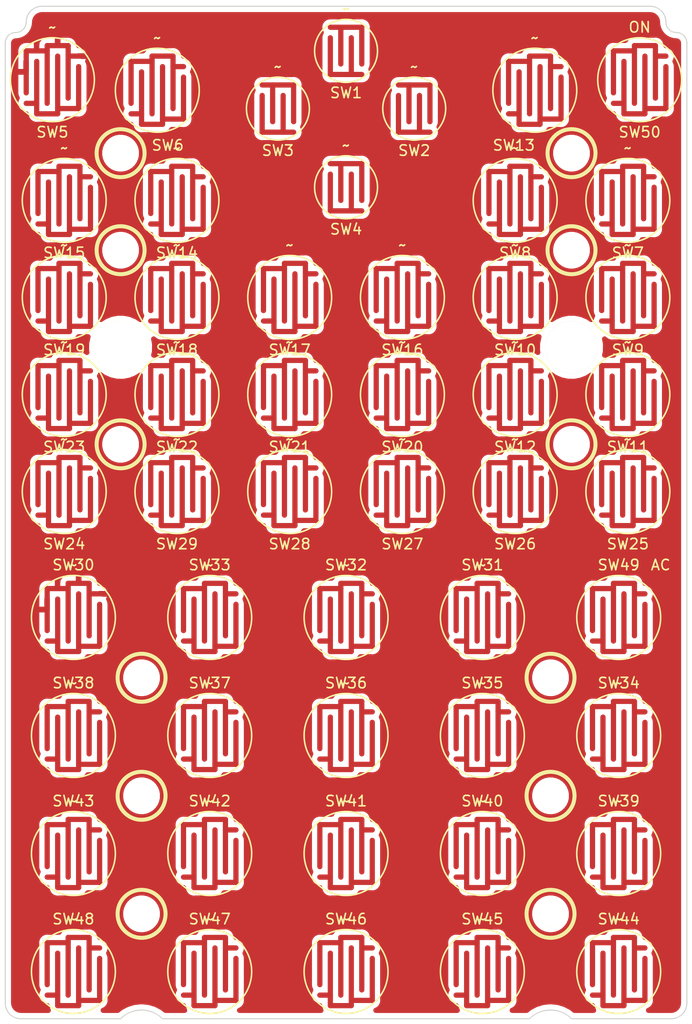
<source format=kicad_pcb>
(kicad_pcb (version 4) (host pcbnew 4.0.2-stable)
  (layers (0 F.Cu signal) (31 B.Cu signal) (34 B.Paste user) (35 F.Paste user) (36 B.SilkS user) (37 F.SilkS user) (38 B.Mask user) (39 F.Mask user hide) (44 Edge.Cuts user))
  (net 0 "")
  (net 1 VSS)
  (net 2 "Net-(SW1-Pad1)")
  (net 3 "Net-(R10-Pad1)")
  (net 4 "Net-(SW2-Pad1)")
  (net 5 "Net-(SW3-Pad1)")
  (net 6 "Net-(SW4-Pad1)")
  (net 7 "Net-(SW5-Pad1)")
  (net 8 "Net-(SW6-Pad1)")
  (net 9 "Net-(SW7-Pad1)")
  (net 10 "Net-(R9-Pad1)")
  (net 11 "Net-(SW8-Pad1)")
  (net 12 "Net-(SW9-Pad1)")
  (net 13 "Net-(SW10-Pad1)")
  (net 14 "Net-(SW11-Pad1)")
  (net 15 "Net-(SW12-Pad1)")
  (net 16 "Net-(SW13-Pad1)")
  (net 17 "Net-(R8-Pad1)")
  (net 18 "Net-(SW14-Pad1)")
  (net 19 "Net-(SW15-Pad1)")
  (net 20 "Net-(SW16-Pad1)")
  (net 21 "Net-(SW17-Pad1)")
  (net 22 "Net-(SW18-Pad1)")
  (net 23 "Net-(SW19-Pad1)")
  (net 24 "Net-(R7-Pad1)")
  (net 25 "Net-(SW20-Pad1)")
  (net 26 "Net-(SW21-Pad1)")
  (net 27 "Net-(SW22-Pad1)")
  (net 28 "Net-(SW23-Pad1)")
  (net 29 "Net-(SW24-Pad1)")
  (net 30 "Net-(SW25-Pad1)")
  (net 31 "Net-(R6-Pad1)")
  (net 32 "Net-(SW26-Pad1)")
  (net 33 "Net-(SW27-Pad1)")
  (net 34 "Net-(SW28-Pad1)")
  (net 35 "Net-(SW29-Pad1)")
  (net 36 "Net-(SW30-Pad1)")
  (net 37 "Net-(SW31-Pad1)")
  (net 38 "Net-(R5-Pad1)")
  (net 39 "Net-(SW32-Pad1)")
  (net 40 "Net-(SW33-Pad1)")
  (net 41 "Net-(SW34-Pad1)")
  (net 42 "Net-(SW35-Pad1)")
  (net 43 "Net-(SW36-Pad1)")
  (net 44 "Net-(SW37-Pad1)")
  (net 45 "Net-(R4-Pad1)")
  (net 46 "Net-(SW38-Pad1)")
  (net 47 "Net-(SW39-Pad1)")
  (net 48 "Net-(SW40-Pad1)")
  (net 49 "Net-(SW41-Pad1)")
  (net 50 "Net-(SW42-Pad1)")
  (net 51 "Net-(SW43-Pad1)")
  (net 52 "Net-(R3-Pad1)")
  (net 53 "Net-(SW44-Pad1)")
  (net 54 "Net-(SW45-Pad1)")
  (net 55 "Net-(SW46-Pad1)")
  (net 56 "Net-(SW47-Pad1)")
  (net 57 "Net-(SW48-Pad1)")
  (net 58 "Net-(R2-Pad1)")
  (net 59 "Net-(SW49-Pad2)")
  (net 60 "Net-(R1-Pad1)")
  (module 1pin (layer F.Cu) (at 195.74 170.18 180)
    (fp_text reference 1PIN hide)
    (fp_text value P*** hide)
    (pad "" np_thru_hole circle (at 0 0 180) (size 2.5 2.5) (drill 2.5) (layers *.Cu *.Mask F.SilkS))
  )
  (module 1pin (layer F.Cu) (at 195.74 181.43 180)
    (fp_text reference 1PIN hide)
    (fp_text value P*** hide)
    (pad "" np_thru_hole circle (at 0 0 180) (size 2.5 2.5) (drill 2.5) (layers *.Cu *.Mask F.SilkS))
  )
  (module 1pin (layer F.Cu) (at 195.74 192.68 180)
    (fp_text reference 1PIN hide)
    (fp_text value P*** hide)
    (pad "" np_thru_hole circle (at 0 0 180) (size 2.5 2.5) (drill 2.5) (layers *.Cu *.Mask F.SilkS))
  )
  (module 1pin (layer F.Cu) (at 234.74 192.68 180)
    (fp_text reference 1PIN hide)
    (fp_text value P*** hide)
    (pad "" np_thru_hole circle (at 0 0 180) (size 2.5 2.5) (drill 2.5) (layers *.Cu *.Mask F.SilkS))
  )
  (module 1pin (layer F.Cu) (at 234.74 181.43 180)
    (fp_text reference 1PIN hide)
    (fp_text value P*** hide)
    (pad "" np_thru_hole circle (at 0 0 180) (size 2.5 2.5) (drill 2.5) (layers *.Cu *.Mask F.SilkS))
  )
  (module 1pin (layer F.Cu) (at 234.74 170.18 180)
    (fp_text reference 1PIN hide)
    (fp_text value P*** hide)
    (pad "" np_thru_hole circle (at 0 0 180) (size 2.5 2.5) (drill 2.5) (layers *.Cu *.Mask F.SilkS))
  )
  (module 1pin (layer F.Cu) (at 193.74 129.43 180)
    (fp_text reference 1PIN hide)
    (fp_text value P*** hide)
    (pad "" np_thru_hole circle (at 0 0 180) (size 2.5 2.5) (drill 2.5) (layers *.Cu *.Mask F.SilkS))
  )
  (module 1pin (layer F.Cu) (at 193.74 138.68 180)
    (fp_text reference 1PIN hide)
    (fp_text value P*** hide)
    (pad "" np_thru_hole circle (at 0 0 180) (size 5 5) (drill 5) (layers *.Cu *.Mask F.SilkS))
  )
  (module 1pin (layer F.Cu) (at 193.74 120.18 180)
    (fp_text reference 1PIN hide)
    (fp_text value P*** hide)
    (pad "" np_thru_hole circle (at 0 0 180) (size 2.5 2.5) (drill 2.5) (layers *.Cu *.Mask F.SilkS))
  )
  (module 1pin (layer F.Cu) (at 193.74 147.93 180)
    (fp_text reference 1PIN hide)
    (fp_text value P*** hide)
    (pad "" np_thru_hole circle (at 0 0 180) (size 2.5 2.5) (drill 2.5) (layers *.Cu *.Mask F.SilkS))
  )
  (module 1pin (layer F.Cu) (at 236.74 147.93 180)
    (fp_text reference 1PIN hide)
    (fp_text value P*** hide)
    (pad "" np_thru_hole circle (at 0 0 180) (size 2.5 2.5) (drill 2.5) (layers *.Cu *.Mask F.SilkS))
  )
  (module 1pin (layer F.Cu) (at 236.74 120.18 180)
    (fp_text reference 1PIN hide)
    (fp_text value P*** hide)
    (pad "" np_thru_hole circle (at 0 0 180) (size 2.5 2.5) (drill 2.5) (layers *.Cu *.Mask F.SilkS))
  )
  (module KEY (layer F.Cu) (at 220.615 152.43 180)
    (fp_text reference SW27 (at 0 -5 180) (layer F.SilkS))
    (fp_text value ~ (at 0 5 180) (layer F.SilkS))
    (pad 1 connect oval (at -0.5 -0.5 180) (size 0.5 6) (layers F.Cu) (net 33 "Net-(SW27-Pad1)"))
    (pad 2 connect oval (at 0.5 0.5 180) (size 0.5 6) (layers F.Cu) (net 31 "Net-(R6-Pad1)"))
    (pad 2 connect oval (at -1.5 0.75 180) (size 0.5 5.5) (layers F.Cu) (net 31 "Net-(R6-Pad1)"))
    (pad 1 connect oval (at -2.5 -0.75 180) (size 0.5 4.5) (layers F.Cu) (net 33 "Net-(SW27-Pad1)"))
    (pad 1 connect oval (at 1.5 -0.75 180) (size 0.5 5.5) (layers F.Cu) (net 33 "Net-(SW27-Pad1)"))
    (pad 2 connect oval (at 2.5 0.75 180) (size 0.5 4.5) (layers F.Cu) (net 31 "Net-(R6-Pad1)"))
    (pad 1 connect oval (at 0.5 -3.25 180) (size 2.5 0.5) (layers F.Cu) (net 33 "Net-(SW27-Pad1)"))
    (pad 1 connect oval (at -1.5 -2.75 180) (size 2.5 0.5) (layers F.Cu) (net 33 "Net-(SW27-Pad1)"))
    (pad 2 connect oval (at -0.5 3.25 180) (size 2.5 0.5) (layers F.Cu) (net 31 "Net-(R6-Pad1)"))
    (pad 2 connect oval (at 1.5 2.75 180) (size 2.5 0.5) (layers F.Cu) (net 31 "Net-(R6-Pad1)"))
    (pad 2 connect oval (at -2 2.25 180) (size 1.5 0.5) (layers F.Cu) (net 31 "Net-(R6-Pad1)"))
    (pad 1 connect oval (at 2 -2.25 180) (size 1.5 0.5) (layers F.Cu) (net 33 "Net-(SW27-Pad1)"))
  )
  (module KEY (layer F.Cu) (at 209.865 152.43 180)
    (fp_text reference SW28 (at 0 -5 180) (layer F.SilkS))
    (fp_text value ~ (at 0 5 180) (layer F.SilkS))
    (pad 1 connect oval (at -0.5 -0.5 180) (size 0.5 6) (layers F.Cu) (net 34 "Net-(SW28-Pad1)"))
    (pad 2 connect oval (at 0.5 0.5 180) (size 0.5 6) (layers F.Cu) (net 31 "Net-(R6-Pad1)"))
    (pad 2 connect oval (at -1.5 0.75 180) (size 0.5 5.5) (layers F.Cu) (net 31 "Net-(R6-Pad1)"))
    (pad 1 connect oval (at -2.5 -0.75 180) (size 0.5 4.5) (layers F.Cu) (net 34 "Net-(SW28-Pad1)"))
    (pad 1 connect oval (at 1.5 -0.75 180) (size 0.5 5.5) (layers F.Cu) (net 34 "Net-(SW28-Pad1)"))
    (pad 2 connect oval (at 2.5 0.75 180) (size 0.5 4.5) (layers F.Cu) (net 31 "Net-(R6-Pad1)"))
    (pad 1 connect oval (at 0.5 -3.25 180) (size 2.5 0.5) (layers F.Cu) (net 34 "Net-(SW28-Pad1)"))
    (pad 1 connect oval (at -1.5 -2.75 180) (size 2.5 0.5) (layers F.Cu) (net 34 "Net-(SW28-Pad1)"))
    (pad 2 connect oval (at -0.5 3.25 180) (size 2.5 0.5) (layers F.Cu) (net 31 "Net-(R6-Pad1)"))
    (pad 2 connect oval (at 1.5 2.75 180) (size 2.5 0.5) (layers F.Cu) (net 31 "Net-(R6-Pad1)"))
    (pad 2 connect oval (at -2 2.25 180) (size 1.5 0.5) (layers F.Cu) (net 31 "Net-(R6-Pad1)"))
    (pad 1 connect oval (at 2 -2.25 180) (size 1.5 0.5) (layers F.Cu) (net 34 "Net-(SW28-Pad1)"))
  )
  (module KEY (layer F.Cu) (at 199.115 152.43 180)
    (fp_text reference SW29 (at 0 -5 180) (layer F.SilkS))
    (fp_text value ~ (at 0 5 180) (layer F.SilkS))
    (pad 1 connect oval (at -0.5 -0.5 180) (size 0.5 6) (layers F.Cu) (net 35 "Net-(SW29-Pad1)"))
    (pad 2 connect oval (at 0.5 0.5 180) (size 0.5 6) (layers F.Cu) (net 31 "Net-(R6-Pad1)"))
    (pad 2 connect oval (at -1.5 0.75 180) (size 0.5 5.5) (layers F.Cu) (net 31 "Net-(R6-Pad1)"))
    (pad 1 connect oval (at -2.5 -0.75 180) (size 0.5 4.5) (layers F.Cu) (net 35 "Net-(SW29-Pad1)"))
    (pad 1 connect oval (at 1.5 -0.75 180) (size 0.5 5.5) (layers F.Cu) (net 35 "Net-(SW29-Pad1)"))
    (pad 2 connect oval (at 2.5 0.75 180) (size 0.5 4.5) (layers F.Cu) (net 31 "Net-(R6-Pad1)"))
    (pad 1 connect oval (at 0.5 -3.25 180) (size 2.5 0.5) (layers F.Cu) (net 35 "Net-(SW29-Pad1)"))
    (pad 1 connect oval (at -1.5 -2.75 180) (size 2.5 0.5) (layers F.Cu) (net 35 "Net-(SW29-Pad1)"))
    (pad 2 connect oval (at -0.5 3.25 180) (size 2.5 0.5) (layers F.Cu) (net 31 "Net-(R6-Pad1)"))
    (pad 2 connect oval (at 1.5 2.75 180) (size 2.5 0.5) (layers F.Cu) (net 31 "Net-(R6-Pad1)"))
    (pad 2 connect oval (at -2 2.25 180) (size 1.5 0.5) (layers F.Cu) (net 31 "Net-(R6-Pad1)"))
    (pad 1 connect oval (at 2 -2.25 180) (size 1.5 0.5) (layers F.Cu) (net 35 "Net-(SW29-Pad1)"))
  )
  (module KEY (layer F.Cu) (at 241.24 164.43 180)
    (fp_text reference SW49 (at 0 5 180) (layer F.SilkS))
    (fp_text value AC (at -4 5 180) (layer F.SilkS))
    (pad 1 connect oval (at -0.5 -0.5 180) (size 0.5 6) (layers F.Cu) (net 58 "Net-(R2-Pad1)"))
    (pad 2 connect oval (at 0.5 0.5 180) (size 0.5 6) (layers F.Cu) (net 59 "Net-(SW49-Pad2)"))
    (pad 2 connect oval (at -1.5 0.75 180) (size 0.5 5.5) (layers F.Cu) (net 59 "Net-(SW49-Pad2)"))
    (pad 1 connect oval (at -2.5 -0.75 180) (size 0.5 4.5) (layers F.Cu) (net 58 "Net-(R2-Pad1)"))
    (pad 1 connect oval (at 1.5 -0.75 180) (size 0.5 5.5) (layers F.Cu) (net 58 "Net-(R2-Pad1)"))
    (pad 2 connect oval (at 2.5 0.75 180) (size 0.5 4.5) (layers F.Cu) (net 59 "Net-(SW49-Pad2)"))
    (pad 1 connect oval (at 0.5 -3.25 180) (size 2.5 0.5) (layers F.Cu) (net 58 "Net-(R2-Pad1)"))
    (pad 1 connect oval (at -1.5 -2.75 180) (size 2.5 0.5) (layers F.Cu) (net 58 "Net-(R2-Pad1)"))
    (pad 2 connect oval (at -0.5 3.25 180) (size 2.5 0.5) (layers F.Cu) (net 59 "Net-(SW49-Pad2)"))
    (pad 2 connect oval (at 1.5 2.75 180) (size 2.5 0.5) (layers F.Cu) (net 59 "Net-(SW49-Pad2)"))
    (pad 2 connect oval (at -2 2.25 180) (size 1.5 0.5) (layers F.Cu) (net 59 "Net-(SW49-Pad2)"))
    (pad 1 connect oval (at 2 -2.25 180) (size 1.5 0.5) (layers F.Cu) (net 58 "Net-(R2-Pad1)"))
  )
  (module KEY (layer F.Cu) (at 188.365 133.93 180)
    (fp_text reference SW19 (at 0 -5 180) (layer F.SilkS))
    (fp_text value ~ (at 0 5 180) (layer F.SilkS))
    (pad 1 connect oval (at -0.5 -0.5 180) (size 0.5 6) (layers F.Cu) (net 23 "Net-(SW19-Pad1)"))
    (pad 2 connect oval (at 0.5 0.5 180) (size 0.5 6) (layers F.Cu) (net 24 "Net-(R7-Pad1)"))
    (pad 2 connect oval (at -1.5 0.75 180) (size 0.5 5.5) (layers F.Cu) (net 24 "Net-(R7-Pad1)"))
    (pad 1 connect oval (at -2.5 -0.75 180) (size 0.5 4.5) (layers F.Cu) (net 23 "Net-(SW19-Pad1)"))
    (pad 1 connect oval (at 1.5 -0.75 180) (size 0.5 5.5) (layers F.Cu) (net 23 "Net-(SW19-Pad1)"))
    (pad 2 connect oval (at 2.5 0.75 180) (size 0.5 4.5) (layers F.Cu) (net 24 "Net-(R7-Pad1)"))
    (pad 1 connect oval (at 0.5 -3.25 180) (size 2.5 0.5) (layers F.Cu) (net 23 "Net-(SW19-Pad1)"))
    (pad 1 connect oval (at -1.5 -2.75 180) (size 2.5 0.5) (layers F.Cu) (net 23 "Net-(SW19-Pad1)"))
    (pad 2 connect oval (at -0.5 3.25 180) (size 2.5 0.5) (layers F.Cu) (net 24 "Net-(R7-Pad1)"))
    (pad 2 connect oval (at 1.5 2.75 180) (size 2.5 0.5) (layers F.Cu) (net 24 "Net-(R7-Pad1)"))
    (pad 2 connect oval (at -2 2.25 180) (size 1.5 0.5) (layers F.Cu) (net 24 "Net-(R7-Pad1)"))
    (pad 1 connect oval (at 2 -2.25 180) (size 1.5 0.5) (layers F.Cu) (net 23 "Net-(SW19-Pad1)"))
  )
  (module KEY (layer F.Cu) (at 220.615 143.18 180)
    (fp_text reference SW20 (at 0 -5 180) (layer F.SilkS))
    (fp_text value ~ (at 0 5 180) (layer F.SilkS))
    (pad 1 connect oval (at -0.5 -0.5 180) (size 0.5 6) (layers F.Cu) (net 25 "Net-(SW20-Pad1)"))
    (pad 2 connect oval (at 0.5 0.5 180) (size 0.5 6) (layers F.Cu) (net 24 "Net-(R7-Pad1)"))
    (pad 2 connect oval (at -1.5 0.75 180) (size 0.5 5.5) (layers F.Cu) (net 24 "Net-(R7-Pad1)"))
    (pad 1 connect oval (at -2.5 -0.75 180) (size 0.5 4.5) (layers F.Cu) (net 25 "Net-(SW20-Pad1)"))
    (pad 1 connect oval (at 1.5 -0.75 180) (size 0.5 5.5) (layers F.Cu) (net 25 "Net-(SW20-Pad1)"))
    (pad 2 connect oval (at 2.5 0.75 180) (size 0.5 4.5) (layers F.Cu) (net 24 "Net-(R7-Pad1)"))
    (pad 1 connect oval (at 0.5 -3.25 180) (size 2.5 0.5) (layers F.Cu) (net 25 "Net-(SW20-Pad1)"))
    (pad 1 connect oval (at -1.5 -2.75 180) (size 2.5 0.5) (layers F.Cu) (net 25 "Net-(SW20-Pad1)"))
    (pad 2 connect oval (at -0.5 3.25 180) (size 2.5 0.5) (layers F.Cu) (net 24 "Net-(R7-Pad1)"))
    (pad 2 connect oval (at 1.5 2.75 180) (size 2.5 0.5) (layers F.Cu) (net 24 "Net-(R7-Pad1)"))
    (pad 2 connect oval (at -2 2.25 180) (size 1.5 0.5) (layers F.Cu) (net 24 "Net-(R7-Pad1)"))
    (pad 1 connect oval (at 2 -2.25 180) (size 1.5 0.5) (layers F.Cu) (net 25 "Net-(SW20-Pad1)"))
  )
  (module KEY (layer F.Cu) (at 209.865 143.18 180)
    (fp_text reference SW21 (at 0 -5 180) (layer F.SilkS))
    (fp_text value ~ (at 0 5 180) (layer F.SilkS))
    (pad 1 connect oval (at -0.5 -0.5 180) (size 0.5 6) (layers F.Cu) (net 26 "Net-(SW21-Pad1)"))
    (pad 2 connect oval (at 0.5 0.5 180) (size 0.5 6) (layers F.Cu) (net 24 "Net-(R7-Pad1)"))
    (pad 2 connect oval (at -1.5 0.75 180) (size 0.5 5.5) (layers F.Cu) (net 24 "Net-(R7-Pad1)"))
    (pad 1 connect oval (at -2.5 -0.75 180) (size 0.5 4.5) (layers F.Cu) (net 26 "Net-(SW21-Pad1)"))
    (pad 1 connect oval (at 1.5 -0.75 180) (size 0.5 5.5) (layers F.Cu) (net 26 "Net-(SW21-Pad1)"))
    (pad 2 connect oval (at 2.5 0.75 180) (size 0.5 4.5) (layers F.Cu) (net 24 "Net-(R7-Pad1)"))
    (pad 1 connect oval (at 0.5 -3.25 180) (size 2.5 0.5) (layers F.Cu) (net 26 "Net-(SW21-Pad1)"))
    (pad 1 connect oval (at -1.5 -2.75 180) (size 2.5 0.5) (layers F.Cu) (net 26 "Net-(SW21-Pad1)"))
    (pad 2 connect oval (at -0.5 3.25 180) (size 2.5 0.5) (layers F.Cu) (net 24 "Net-(R7-Pad1)"))
    (pad 2 connect oval (at 1.5 2.75 180) (size 2.5 0.5) (layers F.Cu) (net 24 "Net-(R7-Pad1)"))
    (pad 2 connect oval (at -2 2.25 180) (size 1.5 0.5) (layers F.Cu) (net 24 "Net-(R7-Pad1)"))
    (pad 1 connect oval (at 2 -2.25 180) (size 1.5 0.5) (layers F.Cu) (net 26 "Net-(SW21-Pad1)"))
  )
  (module KEY (layer F.Cu) (at 188.365 143.18 180)
    (fp_text reference SW23 (at 0 -5 180) (layer F.SilkS))
    (fp_text value ~ (at 0 5 180) (layer F.SilkS))
    (pad 1 connect oval (at -0.5 -0.5 180) (size 0.5 6) (layers F.Cu) (net 28 "Net-(SW23-Pad1)"))
    (pad 2 connect oval (at 0.5 0.5 180) (size 0.5 6) (layers F.Cu) (net 24 "Net-(R7-Pad1)"))
    (pad 2 connect oval (at -1.5 0.75 180) (size 0.5 5.5) (layers F.Cu) (net 24 "Net-(R7-Pad1)"))
    (pad 1 connect oval (at -2.5 -0.75 180) (size 0.5 4.5) (layers F.Cu) (net 28 "Net-(SW23-Pad1)"))
    (pad 1 connect oval (at 1.5 -0.75 180) (size 0.5 5.5) (layers F.Cu) (net 28 "Net-(SW23-Pad1)"))
    (pad 2 connect oval (at 2.5 0.75 180) (size 0.5 4.5) (layers F.Cu) (net 24 "Net-(R7-Pad1)"))
    (pad 1 connect oval (at 0.5 -3.25 180) (size 2.5 0.5) (layers F.Cu) (net 28 "Net-(SW23-Pad1)"))
    (pad 1 connect oval (at -1.5 -2.75 180) (size 2.5 0.5) (layers F.Cu) (net 28 "Net-(SW23-Pad1)"))
    (pad 2 connect oval (at -0.5 3.25 180) (size 2.5 0.5) (layers F.Cu) (net 24 "Net-(R7-Pad1)"))
    (pad 2 connect oval (at 1.5 2.75 180) (size 2.5 0.5) (layers F.Cu) (net 24 "Net-(R7-Pad1)"))
    (pad 2 connect oval (at -2 2.25 180) (size 1.5 0.5) (layers F.Cu) (net 24 "Net-(R7-Pad1)"))
    (pad 1 connect oval (at 2 -2.25 180) (size 1.5 0.5) (layers F.Cu) (net 28 "Net-(SW23-Pad1)"))
  )
  (module KEY (layer F.Cu) (at 188.365 152.43 180)
    (fp_text reference SW24 (at 0 -5 180) (layer F.SilkS))
    (fp_text value ~ (at 0 5 180) (layer F.SilkS))
    (pad 1 connect oval (at -0.5 -0.5 180) (size 0.5 6) (layers F.Cu) (net 29 "Net-(SW24-Pad1)"))
    (pad 2 connect oval (at 0.5 0.5 180) (size 0.5 6) (layers F.Cu) (net 24 "Net-(R7-Pad1)"))
    (pad 2 connect oval (at -1.5 0.75 180) (size 0.5 5.5) (layers F.Cu) (net 24 "Net-(R7-Pad1)"))
    (pad 1 connect oval (at -2.5 -0.75 180) (size 0.5 4.5) (layers F.Cu) (net 29 "Net-(SW24-Pad1)"))
    (pad 1 connect oval (at 1.5 -0.75 180) (size 0.5 5.5) (layers F.Cu) (net 29 "Net-(SW24-Pad1)"))
    (pad 2 connect oval (at 2.5 0.75 180) (size 0.5 4.5) (layers F.Cu) (net 24 "Net-(R7-Pad1)"))
    (pad 1 connect oval (at 0.5 -3.25 180) (size 2.5 0.5) (layers F.Cu) (net 29 "Net-(SW24-Pad1)"))
    (pad 1 connect oval (at -1.5 -2.75 180) (size 2.5 0.5) (layers F.Cu) (net 29 "Net-(SW24-Pad1)"))
    (pad 2 connect oval (at -0.5 3.25 180) (size 2.5 0.5) (layers F.Cu) (net 24 "Net-(R7-Pad1)"))
    (pad 2 connect oval (at 1.5 2.75 180) (size 2.5 0.5) (layers F.Cu) (net 24 "Net-(R7-Pad1)"))
    (pad 2 connect oval (at -2 2.25 180) (size 1.5 0.5) (layers F.Cu) (net 24 "Net-(R7-Pad1)"))
    (pad 1 connect oval (at 2 -2.25 180) (size 1.5 0.5) (layers F.Cu) (net 29 "Net-(SW24-Pad1)"))
  )
  (module KEY (layer F.Cu) (at 197.24 114.18 180)
    (fp_text reference SW6 (at -1 -5.25 180) (layer F.SilkS))
    (fp_text value ~ (at 0 5 180) (layer F.SilkS))
    (pad 1 connect oval (at -0.5 -0.5 180) (size 0.5 6) (layers F.Cu) (net 8 "Net-(SW6-Pad1)"))
    (pad 2 connect oval (at 0.5 0.5 180) (size 0.5 6) (layers F.Cu) (net 3 "Net-(R10-Pad1)"))
    (pad 2 connect oval (at -1.5 0.75 180) (size 0.5 5.5) (layers F.Cu) (net 3 "Net-(R10-Pad1)"))
    (pad 1 connect oval (at -2.5 -0.75 180) (size 0.5 4.5) (layers F.Cu) (net 8 "Net-(SW6-Pad1)"))
    (pad 1 connect oval (at 1.5 -0.75 180) (size 0.5 5.5) (layers F.Cu) (net 8 "Net-(SW6-Pad1)"))
    (pad 2 connect oval (at 2.5 0.75 180) (size 0.5 4.5) (layers F.Cu) (net 3 "Net-(R10-Pad1)"))
    (pad 1 connect oval (at 0.5 -3.25 180) (size 2.5 0.5) (layers F.Cu) (net 8 "Net-(SW6-Pad1)"))
    (pad 1 connect oval (at -1.5 -2.75 180) (size 2.5 0.5) (layers F.Cu) (net 8 "Net-(SW6-Pad1)"))
    (pad 2 connect oval (at -0.5 3.25 180) (size 2.5 0.5) (layers F.Cu) (net 3 "Net-(R10-Pad1)"))
    (pad 2 connect oval (at 1.5 2.75 180) (size 2.5 0.5) (layers F.Cu) (net 3 "Net-(R10-Pad1)"))
    (pad 2 connect oval (at -2 2.25 180) (size 1.5 0.5) (layers F.Cu) (net 3 "Net-(R10-Pad1)"))
    (pad 1 connect oval (at 2 -2.25 180) (size 1.5 0.5) (layers F.Cu) (net 8 "Net-(SW6-Pad1)"))
  )
  (module KEY (layer F.Cu) (at 199.115 124.68 180)
    (fp_text reference SW14 (at 0 -5 180) (layer F.SilkS))
    (fp_text value ~ (at 0 5 180) (layer F.SilkS))
    (pad 1 connect oval (at -0.5 -0.5 180) (size 0.5 6) (layers F.Cu) (net 18 "Net-(SW14-Pad1)"))
    (pad 2 connect oval (at 0.5 0.5 180) (size 0.5 6) (layers F.Cu) (net 17 "Net-(R8-Pad1)"))
    (pad 2 connect oval (at -1.5 0.75 180) (size 0.5 5.5) (layers F.Cu) (net 17 "Net-(R8-Pad1)"))
    (pad 1 connect oval (at -2.5 -0.75 180) (size 0.5 4.5) (layers F.Cu) (net 18 "Net-(SW14-Pad1)"))
    (pad 1 connect oval (at 1.5 -0.75 180) (size 0.5 5.5) (layers F.Cu) (net 18 "Net-(SW14-Pad1)"))
    (pad 2 connect oval (at 2.5 0.75 180) (size 0.5 4.5) (layers F.Cu) (net 17 "Net-(R8-Pad1)"))
    (pad 1 connect oval (at 0.5 -3.25 180) (size 2.5 0.5) (layers F.Cu) (net 18 "Net-(SW14-Pad1)"))
    (pad 1 connect oval (at -1.5 -2.75 180) (size 2.5 0.5) (layers F.Cu) (net 18 "Net-(SW14-Pad1)"))
    (pad 2 connect oval (at -0.5 3.25 180) (size 2.5 0.5) (layers F.Cu) (net 17 "Net-(R8-Pad1)"))
    (pad 2 connect oval (at 1.5 2.75 180) (size 2.5 0.5) (layers F.Cu) (net 17 "Net-(R8-Pad1)"))
    (pad 2 connect oval (at -2 2.25 180) (size 1.5 0.5) (layers F.Cu) (net 17 "Net-(R8-Pad1)"))
    (pad 1 connect oval (at 2 -2.25 180) (size 1.5 0.5) (layers F.Cu) (net 18 "Net-(SW14-Pad1)"))
  )
  (module KEY (layer F.Cu) (at 231.365 133.93 180)
    (fp_text reference SW10 (at 0 -5 180) (layer F.SilkS))
    (fp_text value ~ (at 0 5 180) (layer F.SilkS))
    (pad 1 connect oval (at -0.5 -0.5 180) (size 0.5 6) (layers F.Cu) (net 13 "Net-(SW10-Pad1)"))
    (pad 2 connect oval (at 0.5 0.5 180) (size 0.5 6) (layers F.Cu) (net 10 "Net-(R9-Pad1)"))
    (pad 2 connect oval (at -1.5 0.75 180) (size 0.5 5.5) (layers F.Cu) (net 10 "Net-(R9-Pad1)"))
    (pad 1 connect oval (at -2.5 -0.75 180) (size 0.5 4.5) (layers F.Cu) (net 13 "Net-(SW10-Pad1)"))
    (pad 1 connect oval (at 1.5 -0.75 180) (size 0.5 5.5) (layers F.Cu) (net 13 "Net-(SW10-Pad1)"))
    (pad 2 connect oval (at 2.5 0.75 180) (size 0.5 4.5) (layers F.Cu) (net 10 "Net-(R9-Pad1)"))
    (pad 1 connect oval (at 0.5 -3.25 180) (size 2.5 0.5) (layers F.Cu) (net 13 "Net-(SW10-Pad1)"))
    (pad 1 connect oval (at -1.5 -2.75 180) (size 2.5 0.5) (layers F.Cu) (net 13 "Net-(SW10-Pad1)"))
    (pad 2 connect oval (at -0.5 3.25 180) (size 2.5 0.5) (layers F.Cu) (net 10 "Net-(R9-Pad1)"))
    (pad 2 connect oval (at 1.5 2.75 180) (size 2.5 0.5) (layers F.Cu) (net 10 "Net-(R9-Pad1)"))
    (pad 2 connect oval (at -2 2.25 180) (size 1.5 0.5) (layers F.Cu) (net 10 "Net-(R9-Pad1)"))
    (pad 1 connect oval (at 2 -2.25 180) (size 1.5 0.5) (layers F.Cu) (net 13 "Net-(SW10-Pad1)"))
  )
  (module KEY (layer F.Cu) (at 231.365 124.68 180)
    (fp_text reference SW8 (at 0 -5 180) (layer F.SilkS))
    (fp_text value ~ (at 0 5 180) (layer F.SilkS))
    (pad 1 connect oval (at -0.5 -0.5 180) (size 0.5 6) (layers F.Cu) (net 11 "Net-(SW8-Pad1)"))
    (pad 2 connect oval (at 0.5 0.5 180) (size 0.5 6) (layers F.Cu) (net 10 "Net-(R9-Pad1)"))
    (pad 2 connect oval (at -1.5 0.75 180) (size 0.5 5.5) (layers F.Cu) (net 10 "Net-(R9-Pad1)"))
    (pad 1 connect oval (at -2.5 -0.75 180) (size 0.5 4.5) (layers F.Cu) (net 11 "Net-(SW8-Pad1)"))
    (pad 1 connect oval (at 1.5 -0.75 180) (size 0.5 5.5) (layers F.Cu) (net 11 "Net-(SW8-Pad1)"))
    (pad 2 connect oval (at 2.5 0.75 180) (size 0.5 4.5) (layers F.Cu) (net 10 "Net-(R9-Pad1)"))
    (pad 1 connect oval (at 0.5 -3.25 180) (size 2.5 0.5) (layers F.Cu) (net 11 "Net-(SW8-Pad1)"))
    (pad 1 connect oval (at -1.5 -2.75 180) (size 2.5 0.5) (layers F.Cu) (net 11 "Net-(SW8-Pad1)"))
    (pad 2 connect oval (at -0.5 3.25 180) (size 2.5 0.5) (layers F.Cu) (net 10 "Net-(R9-Pad1)"))
    (pad 2 connect oval (at 1.5 2.75 180) (size 2.5 0.5) (layers F.Cu) (net 10 "Net-(R9-Pad1)"))
    (pad 2 connect oval (at -2 2.25 180) (size 1.5 0.5) (layers F.Cu) (net 10 "Net-(R9-Pad1)"))
    (pad 1 connect oval (at 2 -2.25 180) (size 1.5 0.5) (layers F.Cu) (net 11 "Net-(SW8-Pad1)"))
  )
  (module KEY (layer F.Cu) (at 209.865 133.93 180)
    (fp_text reference SW17 (at 0 -5 180) (layer F.SilkS))
    (fp_text value ~ (at 0 5 180) (layer F.SilkS))
    (pad 1 connect oval (at -0.5 -0.5 180) (size 0.5 6) (layers F.Cu) (net 21 "Net-(SW17-Pad1)"))
    (pad 2 connect oval (at 0.5 0.5 180) (size 0.5 6) (layers F.Cu) (net 17 "Net-(R8-Pad1)"))
    (pad 2 connect oval (at -1.5 0.75 180) (size 0.5 5.5) (layers F.Cu) (net 17 "Net-(R8-Pad1)"))
    (pad 1 connect oval (at -2.5 -0.75 180) (size 0.5 4.5) (layers F.Cu) (net 21 "Net-(SW17-Pad1)"))
    (pad 1 connect oval (at 1.5 -0.75 180) (size 0.5 5.5) (layers F.Cu) (net 21 "Net-(SW17-Pad1)"))
    (pad 2 connect oval (at 2.5 0.75 180) (size 0.5 4.5) (layers F.Cu) (net 17 "Net-(R8-Pad1)"))
    (pad 1 connect oval (at 0.5 -3.25 180) (size 2.5 0.5) (layers F.Cu) (net 21 "Net-(SW17-Pad1)"))
    (pad 1 connect oval (at -1.5 -2.75 180) (size 2.5 0.5) (layers F.Cu) (net 21 "Net-(SW17-Pad1)"))
    (pad 2 connect oval (at -0.5 3.25 180) (size 2.5 0.5) (layers F.Cu) (net 17 "Net-(R8-Pad1)"))
    (pad 2 connect oval (at 1.5 2.75 180) (size 2.5 0.5) (layers F.Cu) (net 17 "Net-(R8-Pad1)"))
    (pad 2 connect oval (at -2 2.25 180) (size 1.5 0.5) (layers F.Cu) (net 17 "Net-(R8-Pad1)"))
    (pad 1 connect oval (at 2 -2.25 180) (size 1.5 0.5) (layers F.Cu) (net 21 "Net-(SW17-Pad1)"))
  )
  (module KEY (layer F.Cu) (at 199.115 133.93 180)
    (fp_text reference SW18 (at 0 -5 180) (layer F.SilkS))
    (fp_text value ~ (at 0 5 180) (layer F.SilkS))
    (pad 1 connect oval (at -0.5 -0.5 180) (size 0.5 6) (layers F.Cu) (net 22 "Net-(SW18-Pad1)"))
    (pad 2 connect oval (at 0.5 0.5 180) (size 0.5 6) (layers F.Cu) (net 17 "Net-(R8-Pad1)"))
    (pad 2 connect oval (at -1.5 0.75 180) (size 0.5 5.5) (layers F.Cu) (net 17 "Net-(R8-Pad1)"))
    (pad 1 connect oval (at -2.5 -0.75 180) (size 0.5 4.5) (layers F.Cu) (net 22 "Net-(SW18-Pad1)"))
    (pad 1 connect oval (at 1.5 -0.75 180) (size 0.5 5.5) (layers F.Cu) (net 22 "Net-(SW18-Pad1)"))
    (pad 2 connect oval (at 2.5 0.75 180) (size 0.5 4.5) (layers F.Cu) (net 17 "Net-(R8-Pad1)"))
    (pad 1 connect oval (at 0.5 -3.25 180) (size 2.5 0.5) (layers F.Cu) (net 22 "Net-(SW18-Pad1)"))
    (pad 1 connect oval (at -1.5 -2.75 180) (size 2.5 0.5) (layers F.Cu) (net 22 "Net-(SW18-Pad1)"))
    (pad 2 connect oval (at -0.5 3.25 180) (size 2.5 0.5) (layers F.Cu) (net 17 "Net-(R8-Pad1)"))
    (pad 2 connect oval (at 1.5 2.75 180) (size 2.5 0.5) (layers F.Cu) (net 17 "Net-(R8-Pad1)"))
    (pad 2 connect oval (at -2 2.25 180) (size 1.5 0.5) (layers F.Cu) (net 17 "Net-(R8-Pad1)"))
    (pad 1 connect oval (at 2 -2.25 180) (size 1.5 0.5) (layers F.Cu) (net 22 "Net-(SW18-Pad1)"))
  )
  (module KEY (layer F.Cu) (at 242.115 124.68 180)
    (fp_text reference SW7 (at 0 -5 180) (layer F.SilkS))
    (fp_text value ~ (at 0 5 180) (layer F.SilkS))
    (pad 1 connect oval (at -0.5 -0.5 180) (size 0.5 6) (layers F.Cu) (net 9 "Net-(SW7-Pad1)"))
    (pad 2 connect oval (at 0.5 0.5 180) (size 0.5 6) (layers F.Cu) (net 10 "Net-(R9-Pad1)"))
    (pad 2 connect oval (at -1.5 0.75 180) (size 0.5 5.5) (layers F.Cu) (net 10 "Net-(R9-Pad1)"))
    (pad 1 connect oval (at -2.5 -0.75 180) (size 0.5 4.5) (layers F.Cu) (net 9 "Net-(SW7-Pad1)"))
    (pad 1 connect oval (at 1.5 -0.75 180) (size 0.5 5.5) (layers F.Cu) (net 9 "Net-(SW7-Pad1)"))
    (pad 2 connect oval (at 2.5 0.75 180) (size 0.5 4.5) (layers F.Cu) (net 10 "Net-(R9-Pad1)"))
    (pad 1 connect oval (at 0.5 -3.25 180) (size 2.5 0.5) (layers F.Cu) (net 9 "Net-(SW7-Pad1)"))
    (pad 1 connect oval (at -1.5 -2.75 180) (size 2.5 0.5) (layers F.Cu) (net 9 "Net-(SW7-Pad1)"))
    (pad 2 connect oval (at -0.5 3.25 180) (size 2.5 0.5) (layers F.Cu) (net 10 "Net-(R9-Pad1)"))
    (pad 2 connect oval (at 1.5 2.75 180) (size 2.5 0.5) (layers F.Cu) (net 10 "Net-(R9-Pad1)"))
    (pad 2 connect oval (at -2 2.25 180) (size 1.5 0.5) (layers F.Cu) (net 10 "Net-(R9-Pad1)"))
    (pad 1 connect oval (at 2 -2.25 180) (size 1.5 0.5) (layers F.Cu) (net 9 "Net-(SW7-Pad1)"))
  )
  (module KEY (layer F.Cu) (at 242.115 143.18 180)
    (fp_text reference SW11 (at 0 -5 180) (layer F.SilkS))
    (fp_text value ~ (at 0 5 180) (layer F.SilkS))
    (pad 1 connect oval (at -0.5 -0.5 180) (size 0.5 6) (layers F.Cu) (net 14 "Net-(SW11-Pad1)"))
    (pad 2 connect oval (at 0.5 0.5 180) (size 0.5 6) (layers F.Cu) (net 10 "Net-(R9-Pad1)"))
    (pad 2 connect oval (at -1.5 0.75 180) (size 0.5 5.5) (layers F.Cu) (net 10 "Net-(R9-Pad1)"))
    (pad 1 connect oval (at -2.5 -0.75 180) (size 0.5 4.5) (layers F.Cu) (net 14 "Net-(SW11-Pad1)"))
    (pad 1 connect oval (at 1.5 -0.75 180) (size 0.5 5.5) (layers F.Cu) (net 14 "Net-(SW11-Pad1)"))
    (pad 2 connect oval (at 2.5 0.75 180) (size 0.5 4.5) (layers F.Cu) (net 10 "Net-(R9-Pad1)"))
    (pad 1 connect oval (at 0.5 -3.25 180) (size 2.5 0.5) (layers F.Cu) (net 14 "Net-(SW11-Pad1)"))
    (pad 1 connect oval (at -1.5 -2.75 180) (size 2.5 0.5) (layers F.Cu) (net 14 "Net-(SW11-Pad1)"))
    (pad 2 connect oval (at -0.5 3.25 180) (size 2.5 0.5) (layers F.Cu) (net 10 "Net-(R9-Pad1)"))
    (pad 2 connect oval (at 1.5 2.75 180) (size 2.5 0.5) (layers F.Cu) (net 10 "Net-(R9-Pad1)"))
    (pad 2 connect oval (at -2 2.25 180) (size 1.5 0.5) (layers F.Cu) (net 10 "Net-(R9-Pad1)"))
    (pad 1 connect oval (at 2 -2.25 180) (size 1.5 0.5) (layers F.Cu) (net 14 "Net-(SW11-Pad1)"))
  )
  (module KEY (layer F.Cu) (at 231.365 143.18 180)
    (fp_text reference SW12 (at 0 -5 180) (layer F.SilkS))
    (fp_text value ~ (at 0 5 180) (layer F.SilkS))
    (pad 1 connect oval (at -0.5 -0.5 180) (size 0.5 6) (layers F.Cu) (net 15 "Net-(SW12-Pad1)"))
    (pad 2 connect oval (at 0.5 0.5 180) (size 0.5 6) (layers F.Cu) (net 10 "Net-(R9-Pad1)"))
    (pad 2 connect oval (at -1.5 0.75 180) (size 0.5 5.5) (layers F.Cu) (net 10 "Net-(R9-Pad1)"))
    (pad 1 connect oval (at -2.5 -0.75 180) (size 0.5 4.5) (layers F.Cu) (net 15 "Net-(SW12-Pad1)"))
    (pad 1 connect oval (at 1.5 -0.75 180) (size 0.5 5.5) (layers F.Cu) (net 15 "Net-(SW12-Pad1)"))
    (pad 2 connect oval (at 2.5 0.75 180) (size 0.5 4.5) (layers F.Cu) (net 10 "Net-(R9-Pad1)"))
    (pad 1 connect oval (at 0.5 -3.25 180) (size 2.5 0.5) (layers F.Cu) (net 15 "Net-(SW12-Pad1)"))
    (pad 1 connect oval (at -1.5 -2.75 180) (size 2.5 0.5) (layers F.Cu) (net 15 "Net-(SW12-Pad1)"))
    (pad 2 connect oval (at -0.5 3.25 180) (size 2.5 0.5) (layers F.Cu) (net 10 "Net-(R9-Pad1)"))
    (pad 2 connect oval (at 1.5 2.75 180) (size 2.5 0.5) (layers F.Cu) (net 10 "Net-(R9-Pad1)"))
    (pad 2 connect oval (at -2 2.25 180) (size 1.5 0.5) (layers F.Cu) (net 10 "Net-(R9-Pad1)"))
    (pad 1 connect oval (at 2 -2.25 180) (size 1.5 0.5) (layers F.Cu) (net 15 "Net-(SW12-Pad1)"))
  )
  (module KEY (layer F.Cu) (at 243.24 113.18 180)
    (fp_text reference SW50 (at 0 -5 180) (layer F.SilkS))
    (fp_text value ON (at 0 5 180) (layer F.SilkS))
    (pad 1 connect oval (at -0.5 -0.5 180) (size 0.5 6) (layers F.Cu) (net 60 "Net-(R1-Pad1)"))
    (pad 2 connect oval (at 0.5 0.5 180) (size 0.5 6) (layers F.Cu) (net 59 "Net-(SW49-Pad2)"))
    (pad 2 connect oval (at -1.5 0.75 180) (size 0.5 5.5) (layers F.Cu) (net 59 "Net-(SW49-Pad2)"))
    (pad 1 connect oval (at -2.5 -0.75 180) (size 0.5 4.5) (layers F.Cu) (net 60 "Net-(R1-Pad1)"))
    (pad 1 connect oval (at 1.5 -0.75 180) (size 0.5 5.5) (layers F.Cu) (net 60 "Net-(R1-Pad1)"))
    (pad 2 connect oval (at 2.5 0.75 180) (size 0.5 4.5) (layers F.Cu) (net 59 "Net-(SW49-Pad2)"))
    (pad 1 connect oval (at 0.5 -3.25 180) (size 2.5 0.5) (layers F.Cu) (net 60 "Net-(R1-Pad1)"))
    (pad 1 connect oval (at -1.5 -2.75 180) (size 2.5 0.5) (layers F.Cu) (net 60 "Net-(R1-Pad1)"))
    (pad 2 connect oval (at -0.5 3.25 180) (size 2.5 0.5) (layers F.Cu) (net 59 "Net-(SW49-Pad2)"))
    (pad 2 connect oval (at 1.5 2.75 180) (size 2.5 0.5) (layers F.Cu) (net 59 "Net-(SW49-Pad2)"))
    (pad 2 connect oval (at -2 2.25 180) (size 1.5 0.5) (layers F.Cu) (net 59 "Net-(SW49-Pad2)"))
    (pad 1 connect oval (at 2 -2.25 180) (size 1.5 0.5) (layers F.Cu) (net 60 "Net-(R1-Pad1)"))
  )
  (module KEY (layer F.Cu) (at 233.24 114.18 180)
    (fp_text reference SW13 (at 2 -5.25 180) (layer F.SilkS))
    (fp_text value ~ (at 0 5 180) (layer F.SilkS))
    (pad 1 connect oval (at -0.5 -0.5 180) (size 0.5 6) (layers F.Cu) (net 16 "Net-(SW13-Pad1)"))
    (pad 2 connect oval (at 0.5 0.5 180) (size 0.5 6) (layers F.Cu) (net 17 "Net-(R8-Pad1)"))
    (pad 2 connect oval (at -1.5 0.75 180) (size 0.5 5.5) (layers F.Cu) (net 17 "Net-(R8-Pad1)"))
    (pad 1 connect oval (at -2.5 -0.75 180) (size 0.5 4.5) (layers F.Cu) (net 16 "Net-(SW13-Pad1)"))
    (pad 1 connect oval (at 1.5 -0.75 180) (size 0.5 5.5) (layers F.Cu) (net 16 "Net-(SW13-Pad1)"))
    (pad 2 connect oval (at 2.5 0.75 180) (size 0.5 4.5) (layers F.Cu) (net 17 "Net-(R8-Pad1)"))
    (pad 1 connect oval (at 0.5 -3.25 180) (size 2.5 0.5) (layers F.Cu) (net 16 "Net-(SW13-Pad1)"))
    (pad 1 connect oval (at -1.5 -2.75 180) (size 2.5 0.5) (layers F.Cu) (net 16 "Net-(SW13-Pad1)"))
    (pad 2 connect oval (at -0.5 3.25 180) (size 2.5 0.5) (layers F.Cu) (net 17 "Net-(R8-Pad1)"))
    (pad 2 connect oval (at 1.5 2.75 180) (size 2.5 0.5) (layers F.Cu) (net 17 "Net-(R8-Pad1)"))
    (pad 2 connect oval (at -2 2.25 180) (size 1.5 0.5) (layers F.Cu) (net 17 "Net-(R8-Pad1)"))
    (pad 1 connect oval (at 2 -2.25 180) (size 1.5 0.5) (layers F.Cu) (net 16 "Net-(SW13-Pad1)"))
  )
  (module KEY (layer F.Cu) (at 220.615 133.93 180)
    (fp_text reference SW16 (at 0 -5 180) (layer F.SilkS))
    (fp_text value ~ (at 0 5 180) (layer F.SilkS))
    (pad 1 connect oval (at -0.5 -0.5 180) (size 0.5 6) (layers F.Cu) (net 20 "Net-(SW16-Pad1)"))
    (pad 2 connect oval (at 0.5 0.5 180) (size 0.5 6) (layers F.Cu) (net 17 "Net-(R8-Pad1)"))
    (pad 2 connect oval (at -1.5 0.75 180) (size 0.5 5.5) (layers F.Cu) (net 17 "Net-(R8-Pad1)"))
    (pad 1 connect oval (at -2.5 -0.75 180) (size 0.5 4.5) (layers F.Cu) (net 20 "Net-(SW16-Pad1)"))
    (pad 1 connect oval (at 1.5 -0.75 180) (size 0.5 5.5) (layers F.Cu) (net 20 "Net-(SW16-Pad1)"))
    (pad 2 connect oval (at 2.5 0.75 180) (size 0.5 4.5) (layers F.Cu) (net 17 "Net-(R8-Pad1)"))
    (pad 1 connect oval (at 0.5 -3.25 180) (size 2.5 0.5) (layers F.Cu) (net 20 "Net-(SW16-Pad1)"))
    (pad 1 connect oval (at -1.5 -2.75 180) (size 2.5 0.5) (layers F.Cu) (net 20 "Net-(SW16-Pad1)"))
    (pad 2 connect oval (at -0.5 3.25 180) (size 2.5 0.5) (layers F.Cu) (net 17 "Net-(R8-Pad1)"))
    (pad 2 connect oval (at 1.5 2.75 180) (size 2.5 0.5) (layers F.Cu) (net 17 "Net-(R8-Pad1)"))
    (pad 2 connect oval (at -2 2.25 180) (size 1.5 0.5) (layers F.Cu) (net 17 "Net-(R8-Pad1)"))
    (pad 1 connect oval (at 2 -2.25 180) (size 1.5 0.5) (layers F.Cu) (net 20 "Net-(SW16-Pad1)"))
  )
  (module KEY (layer F.Cu) (at 188.365 124.68 180)
    (fp_text reference SW15 (at 0 -5 180) (layer F.SilkS))
    (fp_text value ~ (at 0 5 180) (layer F.SilkS))
    (pad 1 connect oval (at -0.5 -0.5 180) (size 0.5 6) (layers F.Cu) (net 19 "Net-(SW15-Pad1)"))
    (pad 2 connect oval (at 0.5 0.5 180) (size 0.5 6) (layers F.Cu) (net 17 "Net-(R8-Pad1)"))
    (pad 2 connect oval (at -1.5 0.75 180) (size 0.5 5.5) (layers F.Cu) (net 17 "Net-(R8-Pad1)"))
    (pad 1 connect oval (at -2.5 -0.75 180) (size 0.5 4.5) (layers F.Cu) (net 19 "Net-(SW15-Pad1)"))
    (pad 1 connect oval (at 1.5 -0.75 180) (size 0.5 5.5) (layers F.Cu) (net 19 "Net-(SW15-Pad1)"))
    (pad 2 connect oval (at 2.5 0.75 180) (size 0.5 4.5) (layers F.Cu) (net 17 "Net-(R8-Pad1)"))
    (pad 1 connect oval (at 0.5 -3.25 180) (size 2.5 0.5) (layers F.Cu) (net 19 "Net-(SW15-Pad1)"))
    (pad 1 connect oval (at -1.5 -2.75 180) (size 2.5 0.5) (layers F.Cu) (net 19 "Net-(SW15-Pad1)"))
    (pad 2 connect oval (at -0.5 3.25 180) (size 2.5 0.5) (layers F.Cu) (net 17 "Net-(R8-Pad1)"))
    (pad 2 connect oval (at 1.5 2.75 180) (size 2.5 0.5) (layers F.Cu) (net 17 "Net-(R8-Pad1)"))
    (pad 2 connect oval (at -2 2.25 180) (size 1.5 0.5) (layers F.Cu) (net 17 "Net-(R8-Pad1)"))
    (pad 1 connect oval (at 2 -2.25 180) (size 1.5 0.5) (layers F.Cu) (net 19 "Net-(SW15-Pad1)"))
  )
  (module KEY (layer F.Cu) (at 231.365 152.43 180)
    (fp_text reference SW26 (at 0 -5 180) (layer F.SilkS))
    (fp_text value ~ (at 0 5 180) (layer F.SilkS))
    (pad 1 connect oval (at -0.5 -0.5 180) (size 0.5 6) (layers F.Cu) (net 32 "Net-(SW26-Pad1)"))
    (pad 2 connect oval (at 0.5 0.5 180) (size 0.5 6) (layers F.Cu) (net 31 "Net-(R6-Pad1)"))
    (pad 2 connect oval (at -1.5 0.75 180) (size 0.5 5.5) (layers F.Cu) (net 31 "Net-(R6-Pad1)"))
    (pad 1 connect oval (at -2.5 -0.75 180) (size 0.5 4.5) (layers F.Cu) (net 32 "Net-(SW26-Pad1)"))
    (pad 1 connect oval (at 1.5 -0.75 180) (size 0.5 5.5) (layers F.Cu) (net 32 "Net-(SW26-Pad1)"))
    (pad 2 connect oval (at 2.5 0.75 180) (size 0.5 4.5) (layers F.Cu) (net 31 "Net-(R6-Pad1)"))
    (pad 1 connect oval (at 0.5 -3.25 180) (size 2.5 0.5) (layers F.Cu) (net 32 "Net-(SW26-Pad1)"))
    (pad 1 connect oval (at -1.5 -2.75 180) (size 2.5 0.5) (layers F.Cu) (net 32 "Net-(SW26-Pad1)"))
    (pad 2 connect oval (at -0.5 3.25 180) (size 2.5 0.5) (layers F.Cu) (net 31 "Net-(R6-Pad1)"))
    (pad 2 connect oval (at 1.5 2.75 180) (size 2.5 0.5) (layers F.Cu) (net 31 "Net-(R6-Pad1)"))
    (pad 2 connect oval (at -2 2.25 180) (size 1.5 0.5) (layers F.Cu) (net 31 "Net-(R6-Pad1)"))
    (pad 1 connect oval (at 2 -2.25 180) (size 1.5 0.5) (layers F.Cu) (net 32 "Net-(SW26-Pad1)"))
  )
  (module KEY (layer F.Cu) (at 199.115 143.18 180)
    (fp_text reference SW22 (at 0 -5 180) (layer F.SilkS))
    (fp_text value ~ (at 0 5 180) (layer F.SilkS))
    (pad 1 connect oval (at -0.5 -0.5 180) (size 0.5 6) (layers F.Cu) (net 27 "Net-(SW22-Pad1)"))
    (pad 2 connect oval (at 0.5 0.5 180) (size 0.5 6) (layers F.Cu) (net 24 "Net-(R7-Pad1)"))
    (pad 2 connect oval (at -1.5 0.75 180) (size 0.5 5.5) (layers F.Cu) (net 24 "Net-(R7-Pad1)"))
    (pad 1 connect oval (at -2.5 -0.75 180) (size 0.5 4.5) (layers F.Cu) (net 27 "Net-(SW22-Pad1)"))
    (pad 1 connect oval (at 1.5 -0.75 180) (size 0.5 5.5) (layers F.Cu) (net 27 "Net-(SW22-Pad1)"))
    (pad 2 connect oval (at 2.5 0.75 180) (size 0.5 4.5) (layers F.Cu) (net 24 "Net-(R7-Pad1)"))
    (pad 1 connect oval (at 0.5 -3.25 180) (size 2.5 0.5) (layers F.Cu) (net 27 "Net-(SW22-Pad1)"))
    (pad 1 connect oval (at -1.5 -2.75 180) (size 2.5 0.5) (layers F.Cu) (net 27 "Net-(SW22-Pad1)"))
    (pad 2 connect oval (at -0.5 3.25 180) (size 2.5 0.5) (layers F.Cu) (net 24 "Net-(R7-Pad1)"))
    (pad 2 connect oval (at 1.5 2.75 180) (size 2.5 0.5) (layers F.Cu) (net 24 "Net-(R7-Pad1)"))
    (pad 2 connect oval (at -2 2.25 180) (size 1.5 0.5) (layers F.Cu) (net 24 "Net-(R7-Pad1)"))
    (pad 1 connect oval (at 2 -2.25 180) (size 1.5 0.5) (layers F.Cu) (net 27 "Net-(SW22-Pad1)"))
  )
  (module KEY (layer F.Cu) (at 228.24 198.18 180)
    (fp_text reference SW45 (at 0 5 180) (layer F.SilkS))
    (fp_text value ~ (at 0 5 180) (layer F.SilkS))
    (pad 1 connect oval (at -0.5 -0.5 180) (size 0.5 6) (layers F.Cu) (net 54 "Net-(SW45-Pad1)"))
    (pad 2 connect oval (at 0.5 0.5 180) (size 0.5 6) (layers F.Cu) (net 52 "Net-(R3-Pad1)"))
    (pad 2 connect oval (at -1.5 0.75 180) (size 0.5 5.5) (layers F.Cu) (net 52 "Net-(R3-Pad1)"))
    (pad 1 connect oval (at -2.5 -0.75 180) (size 0.5 4.5) (layers F.Cu) (net 54 "Net-(SW45-Pad1)"))
    (pad 1 connect oval (at 1.5 -0.75 180) (size 0.5 5.5) (layers F.Cu) (net 54 "Net-(SW45-Pad1)"))
    (pad 2 connect oval (at 2.5 0.75 180) (size 0.5 4.5) (layers F.Cu) (net 52 "Net-(R3-Pad1)"))
    (pad 1 connect oval (at 0.5 -3.25 180) (size 2.5 0.5) (layers F.Cu) (net 54 "Net-(SW45-Pad1)"))
    (pad 1 connect oval (at -1.5 -2.75 180) (size 2.5 0.5) (layers F.Cu) (net 54 "Net-(SW45-Pad1)"))
    (pad 2 connect oval (at -0.5 3.25 180) (size 2.5 0.5) (layers F.Cu) (net 52 "Net-(R3-Pad1)"))
    (pad 2 connect oval (at 1.5 2.75 180) (size 2.5 0.5) (layers F.Cu) (net 52 "Net-(R3-Pad1)"))
    (pad 2 connect oval (at -2 2.25 180) (size 1.5 0.5) (layers F.Cu) (net 52 "Net-(R3-Pad1)"))
    (pad 1 connect oval (at 2 -2.25 180) (size 1.5 0.5) (layers F.Cu) (net 54 "Net-(SW45-Pad1)"))
  )
  (module KEY (layer F.Cu) (at 215.24 198.18 180)
    (fp_text reference SW46 (at 0 5 180) (layer F.SilkS))
    (fp_text value ~ (at 0 5 180) (layer F.SilkS))
    (pad 1 connect oval (at -0.5 -0.5 180) (size 0.5 6) (layers F.Cu) (net 55 "Net-(SW46-Pad1)"))
    (pad 2 connect oval (at 0.5 0.5 180) (size 0.5 6) (layers F.Cu) (net 52 "Net-(R3-Pad1)"))
    (pad 2 connect oval (at -1.5 0.75 180) (size 0.5 5.5) (layers F.Cu) (net 52 "Net-(R3-Pad1)"))
    (pad 1 connect oval (at -2.5 -0.75 180) (size 0.5 4.5) (layers F.Cu) (net 55 "Net-(SW46-Pad1)"))
    (pad 1 connect oval (at 1.5 -0.75 180) (size 0.5 5.5) (layers F.Cu) (net 55 "Net-(SW46-Pad1)"))
    (pad 2 connect oval (at 2.5 0.75 180) (size 0.5 4.5) (layers F.Cu) (net 52 "Net-(R3-Pad1)"))
    (pad 1 connect oval (at 0.5 -3.25 180) (size 2.5 0.5) (layers F.Cu) (net 55 "Net-(SW46-Pad1)"))
    (pad 1 connect oval (at -1.5 -2.75 180) (size 2.5 0.5) (layers F.Cu) (net 55 "Net-(SW46-Pad1)"))
    (pad 2 connect oval (at -0.5 3.25 180) (size 2.5 0.5) (layers F.Cu) (net 52 "Net-(R3-Pad1)"))
    (pad 2 connect oval (at 1.5 2.75 180) (size 2.5 0.5) (layers F.Cu) (net 52 "Net-(R3-Pad1)"))
    (pad 2 connect oval (at -2 2.25 180) (size 1.5 0.5) (layers F.Cu) (net 52 "Net-(R3-Pad1)"))
    (pad 1 connect oval (at 2 -2.25 180) (size 1.5 0.5) (layers F.Cu) (net 55 "Net-(SW46-Pad1)"))
  )
  (module KEY (layer F.Cu) (at 202.24 198.18 180)
    (fp_text reference SW47 (at 0 5 180) (layer F.SilkS))
    (fp_text value ~ (at 0 5 180) (layer F.SilkS))
    (pad 1 connect oval (at -0.5 -0.5 180) (size 0.5 6) (layers F.Cu) (net 56 "Net-(SW47-Pad1)"))
    (pad 2 connect oval (at 0.5 0.5 180) (size 0.5 6) (layers F.Cu) (net 52 "Net-(R3-Pad1)"))
    (pad 2 connect oval (at -1.5 0.75 180) (size 0.5 5.5) (layers F.Cu) (net 52 "Net-(R3-Pad1)"))
    (pad 1 connect oval (at -2.5 -0.75 180) (size 0.5 4.5) (layers F.Cu) (net 56 "Net-(SW47-Pad1)"))
    (pad 1 connect oval (at 1.5 -0.75 180) (size 0.5 5.5) (layers F.Cu) (net 56 "Net-(SW47-Pad1)"))
    (pad 2 connect oval (at 2.5 0.75 180) (size 0.5 4.5) (layers F.Cu) (net 52 "Net-(R3-Pad1)"))
    (pad 1 connect oval (at 0.5 -3.25 180) (size 2.5 0.5) (layers F.Cu) (net 56 "Net-(SW47-Pad1)"))
    (pad 1 connect oval (at -1.5 -2.75 180) (size 2.5 0.5) (layers F.Cu) (net 56 "Net-(SW47-Pad1)"))
    (pad 2 connect oval (at -0.5 3.25 180) (size 2.5 0.5) (layers F.Cu) (net 52 "Net-(R3-Pad1)"))
    (pad 2 connect oval (at 1.5 2.75 180) (size 2.5 0.5) (layers F.Cu) (net 52 "Net-(R3-Pad1)"))
    (pad 2 connect oval (at -2 2.25 180) (size 1.5 0.5) (layers F.Cu) (net 52 "Net-(R3-Pad1)"))
    (pad 1 connect oval (at 2 -2.25 180) (size 1.5 0.5) (layers F.Cu) (net 56 "Net-(SW47-Pad1)"))
  )
  (module KEY (layer F.Cu) (at 189.24 198.18 180)
    (fp_text reference SW48 (at 0 5 180) (layer F.SilkS))
    (fp_text value ~ (at 0 5 180) (layer F.SilkS))
    (pad 1 connect oval (at -0.5 -0.5 180) (size 0.5 6) (layers F.Cu) (net 57 "Net-(SW48-Pad1)"))
    (pad 2 connect oval (at 0.5 0.5 180) (size 0.5 6) (layers F.Cu) (net 52 "Net-(R3-Pad1)"))
    (pad 2 connect oval (at -1.5 0.75 180) (size 0.5 5.5) (layers F.Cu) (net 52 "Net-(R3-Pad1)"))
    (pad 1 connect oval (at -2.5 -0.75 180) (size 0.5 4.5) (layers F.Cu) (net 57 "Net-(SW48-Pad1)"))
    (pad 1 connect oval (at 1.5 -0.75 180) (size 0.5 5.5) (layers F.Cu) (net 57 "Net-(SW48-Pad1)"))
    (pad 2 connect oval (at 2.5 0.75 180) (size 0.5 4.5) (layers F.Cu) (net 52 "Net-(R3-Pad1)"))
    (pad 1 connect oval (at 0.5 -3.25 180) (size 2.5 0.5) (layers F.Cu) (net 57 "Net-(SW48-Pad1)"))
    (pad 1 connect oval (at -1.5 -2.75 180) (size 2.5 0.5) (layers F.Cu) (net 57 "Net-(SW48-Pad1)"))
    (pad 2 connect oval (at -0.5 3.25 180) (size 2.5 0.5) (layers F.Cu) (net 52 "Net-(R3-Pad1)"))
    (pad 2 connect oval (at 1.5 2.75 180) (size 2.5 0.5) (layers F.Cu) (net 52 "Net-(R3-Pad1)"))
    (pad 2 connect oval (at -2 2.25 180) (size 1.5 0.5) (layers F.Cu) (net 52 "Net-(R3-Pad1)"))
    (pad 1 connect oval (at 2 -2.25 180) (size 1.5 0.5) (layers F.Cu) (net 57 "Net-(SW48-Pad1)"))
  )
  (module KEY (layer F.Cu) (at 189.24 164.43 180)
    (fp_text reference SW30 (at 0 5 180) (layer F.SilkS))
    (fp_text value ~ (at 0 5 180) (layer F.SilkS))
    (pad 1 connect oval (at -0.5 -0.5 180) (size 0.5 6) (layers F.Cu) (net 36 "Net-(SW30-Pad1)"))
    (pad 2 connect oval (at 0.5 0.5 180) (size 0.5 6) (layers F.Cu) (net 31 "Net-(R6-Pad1)"))
    (pad 2 connect oval (at -1.5 0.75 180) (size 0.5 5.5) (layers F.Cu) (net 31 "Net-(R6-Pad1)"))
    (pad 1 connect oval (at -2.5 -0.75 180) (size 0.5 4.5) (layers F.Cu) (net 36 "Net-(SW30-Pad1)"))
    (pad 1 connect oval (at 1.5 -0.75 180) (size 0.5 5.5) (layers F.Cu) (net 36 "Net-(SW30-Pad1)"))
    (pad 2 connect oval (at 2.5 0.75 180) (size 0.5 4.5) (layers F.Cu) (net 31 "Net-(R6-Pad1)"))
    (pad 1 connect oval (at 0.5 -3.25 180) (size 2.5 0.5) (layers F.Cu) (net 36 "Net-(SW30-Pad1)"))
    (pad 1 connect oval (at -1.5 -2.75 180) (size 2.5 0.5) (layers F.Cu) (net 36 "Net-(SW30-Pad1)"))
    (pad 2 connect oval (at -0.5 3.25 180) (size 2.5 0.5) (layers F.Cu) (net 31 "Net-(R6-Pad1)"))
    (pad 2 connect oval (at 1.5 2.75 180) (size 2.5 0.5) (layers F.Cu) (net 31 "Net-(R6-Pad1)"))
    (pad 2 connect oval (at -2 2.25 180) (size 1.5 0.5) (layers F.Cu) (net 31 "Net-(R6-Pad1)"))
    (pad 1 connect oval (at 2 -2.25 180) (size 1.5 0.5) (layers F.Cu) (net 36 "Net-(SW30-Pad1)"))
  )
  (module KEY (layer F.Cu) (at 215.24 175.68 180)
    (fp_text reference SW36 (at 0 5 180) (layer F.SilkS))
    (fp_text value ~ (at 0 5 180) (layer F.SilkS))
    (pad 1 connect oval (at -0.5 -0.5 180) (size 0.5 6) (layers F.Cu) (net 43 "Net-(SW36-Pad1)"))
    (pad 2 connect oval (at 0.5 0.5 180) (size 0.5 6) (layers F.Cu) (net 38 "Net-(R5-Pad1)"))
    (pad 2 connect oval (at -1.5 0.75 180) (size 0.5 5.5) (layers F.Cu) (net 38 "Net-(R5-Pad1)"))
    (pad 1 connect oval (at -2.5 -0.75 180) (size 0.5 4.5) (layers F.Cu) (net 43 "Net-(SW36-Pad1)"))
    (pad 1 connect oval (at 1.5 -0.75 180) (size 0.5 5.5) (layers F.Cu) (net 43 "Net-(SW36-Pad1)"))
    (pad 2 connect oval (at 2.5 0.75 180) (size 0.5 4.5) (layers F.Cu) (net 38 "Net-(R5-Pad1)"))
    (pad 1 connect oval (at 0.5 -3.25 180) (size 2.5 0.5) (layers F.Cu) (net 43 "Net-(SW36-Pad1)"))
    (pad 1 connect oval (at -1.5 -2.75 180) (size 2.5 0.5) (layers F.Cu) (net 43 "Net-(SW36-Pad1)"))
    (pad 2 connect oval (at -0.5 3.25 180) (size 2.5 0.5) (layers F.Cu) (net 38 "Net-(R5-Pad1)"))
    (pad 2 connect oval (at 1.5 2.75 180) (size 2.5 0.5) (layers F.Cu) (net 38 "Net-(R5-Pad1)"))
    (pad 2 connect oval (at -2 2.25 180) (size 1.5 0.5) (layers F.Cu) (net 38 "Net-(R5-Pad1)"))
    (pad 1 connect oval (at 2 -2.25 180) (size 1.5 0.5) (layers F.Cu) (net 43 "Net-(SW36-Pad1)"))
  )
  (module KEY (layer F.Cu) (at 202.24 186.93 180)
    (fp_text reference SW42 (at 0 5 180) (layer F.SilkS))
    (fp_text value ~ (at 0 5 180) (layer F.SilkS))
    (pad 1 connect oval (at -0.5 -0.5 180) (size 0.5 6) (layers F.Cu) (net 50 "Net-(SW42-Pad1)"))
    (pad 2 connect oval (at 0.5 0.5 180) (size 0.5 6) (layers F.Cu) (net 45 "Net-(R4-Pad1)"))
    (pad 2 connect oval (at -1.5 0.75 180) (size 0.5 5.5) (layers F.Cu) (net 45 "Net-(R4-Pad1)"))
    (pad 1 connect oval (at -2.5 -0.75 180) (size 0.5 4.5) (layers F.Cu) (net 50 "Net-(SW42-Pad1)"))
    (pad 1 connect oval (at 1.5 -0.75 180) (size 0.5 5.5) (layers F.Cu) (net 50 "Net-(SW42-Pad1)"))
    (pad 2 connect oval (at 2.5 0.75 180) (size 0.5 4.5) (layers F.Cu) (net 45 "Net-(R4-Pad1)"))
    (pad 1 connect oval (at 0.5 -3.25 180) (size 2.5 0.5) (layers F.Cu) (net 50 "Net-(SW42-Pad1)"))
    (pad 1 connect oval (at -1.5 -2.75 180) (size 2.5 0.5) (layers F.Cu) (net 50 "Net-(SW42-Pad1)"))
    (pad 2 connect oval (at -0.5 3.25 180) (size 2.5 0.5) (layers F.Cu) (net 45 "Net-(R4-Pad1)"))
    (pad 2 connect oval (at 1.5 2.75 180) (size 2.5 0.5) (layers F.Cu) (net 45 "Net-(R4-Pad1)"))
    (pad 2 connect oval (at -2 2.25 180) (size 1.5 0.5) (layers F.Cu) (net 45 "Net-(R4-Pad1)"))
    (pad 1 connect oval (at 2 -2.25 180) (size 1.5 0.5) (layers F.Cu) (net 50 "Net-(SW42-Pad1)"))
  )
  (module KEY (layer F.Cu) (at 242.115 133.93 180)
    (fp_text reference SW9 (at 0 -5 180) (layer F.SilkS))
    (fp_text value ~ (at 0 5 180) (layer F.SilkS))
    (pad 1 connect oval (at -0.5 -0.5 180) (size 0.5 6) (layers F.Cu) (net 12 "Net-(SW9-Pad1)"))
    (pad 2 connect oval (at 0.5 0.5 180) (size 0.5 6) (layers F.Cu) (net 10 "Net-(R9-Pad1)"))
    (pad 2 connect oval (at -1.5 0.75 180) (size 0.5 5.5) (layers F.Cu) (net 10 "Net-(R9-Pad1)"))
    (pad 1 connect oval (at -2.5 -0.75 180) (size 0.5 4.5) (layers F.Cu) (net 12 "Net-(SW9-Pad1)"))
    (pad 1 connect oval (at 1.5 -0.75 180) (size 0.5 5.5) (layers F.Cu) (net 12 "Net-(SW9-Pad1)"))
    (pad 2 connect oval (at 2.5 0.75 180) (size 0.5 4.5) (layers F.Cu) (net 10 "Net-(R9-Pad1)"))
    (pad 1 connect oval (at 0.5 -3.25 180) (size 2.5 0.5) (layers F.Cu) (net 12 "Net-(SW9-Pad1)"))
    (pad 1 connect oval (at -1.5 -2.75 180) (size 2.5 0.5) (layers F.Cu) (net 12 "Net-(SW9-Pad1)"))
    (pad 2 connect oval (at -0.5 3.25 180) (size 2.5 0.5) (layers F.Cu) (net 10 "Net-(R9-Pad1)"))
    (pad 2 connect oval (at 1.5 2.75 180) (size 2.5 0.5) (layers F.Cu) (net 10 "Net-(R9-Pad1)"))
    (pad 2 connect oval (at -2 2.25 180) (size 1.5 0.5) (layers F.Cu) (net 10 "Net-(R9-Pad1)"))
    (pad 1 connect oval (at 2 -2.25 180) (size 1.5 0.5) (layers F.Cu) (net 12 "Net-(SW9-Pad1)"))
  )
  (module KEY (layer F.Cu) (at 189.24 186.93 180)
    (fp_text reference SW43 (at 0 5 180) (layer F.SilkS))
    (fp_text value ~ (at 0 5 180) (layer F.SilkS))
    (pad 1 connect oval (at -0.5 -0.5 180) (size 0.5 6) (layers F.Cu) (net 51 "Net-(SW43-Pad1)"))
    (pad 2 connect oval (at 0.5 0.5 180) (size 0.5 6) (layers F.Cu) (net 52 "Net-(R3-Pad1)"))
    (pad 2 connect oval (at -1.5 0.75 180) (size 0.5 5.5) (layers F.Cu) (net 52 "Net-(R3-Pad1)"))
    (pad 1 connect oval (at -2.5 -0.75 180) (size 0.5 4.5) (layers F.Cu) (net 51 "Net-(SW43-Pad1)"))
    (pad 1 connect oval (at 1.5 -0.75 180) (size 0.5 5.5) (layers F.Cu) (net 51 "Net-(SW43-Pad1)"))
    (pad 2 connect oval (at 2.5 0.75 180) (size 0.5 4.5) (layers F.Cu) (net 52 "Net-(R3-Pad1)"))
    (pad 1 connect oval (at 0.5 -3.25 180) (size 2.5 0.5) (layers F.Cu) (net 51 "Net-(SW43-Pad1)"))
    (pad 1 connect oval (at -1.5 -2.75 180) (size 2.5 0.5) (layers F.Cu) (net 51 "Net-(SW43-Pad1)"))
    (pad 2 connect oval (at -0.5 3.25 180) (size 2.5 0.5) (layers F.Cu) (net 52 "Net-(R3-Pad1)"))
    (pad 2 connect oval (at 1.5 2.75 180) (size 2.5 0.5) (layers F.Cu) (net 52 "Net-(R3-Pad1)"))
    (pad 2 connect oval (at -2 2.25 180) (size 1.5 0.5) (layers F.Cu) (net 52 "Net-(R3-Pad1)"))
    (pad 1 connect oval (at 2 -2.25 180) (size 1.5 0.5) (layers F.Cu) (net 51 "Net-(SW43-Pad1)"))
  )
  (module KEY (layer F.Cu) (at 241.24 198.18 180)
    (fp_text reference SW44 (at 0 5 180) (layer F.SilkS))
    (fp_text value ~ (at 0 5 180) (layer F.SilkS))
    (pad 1 connect oval (at -0.5 -0.5 180) (size 0.5 6) (layers F.Cu) (net 53 "Net-(SW44-Pad1)"))
    (pad 2 connect oval (at 0.5 0.5 180) (size 0.5 6) (layers F.Cu) (net 52 "Net-(R3-Pad1)"))
    (pad 2 connect oval (at -1.5 0.75 180) (size 0.5 5.5) (layers F.Cu) (net 52 "Net-(R3-Pad1)"))
    (pad 1 connect oval (at -2.5 -0.75 180) (size 0.5 4.5) (layers F.Cu) (net 53 "Net-(SW44-Pad1)"))
    (pad 1 connect oval (at 1.5 -0.75 180) (size 0.5 5.5) (layers F.Cu) (net 53 "Net-(SW44-Pad1)"))
    (pad 2 connect oval (at 2.5 0.75 180) (size 0.5 4.5) (layers F.Cu) (net 52 "Net-(R3-Pad1)"))
    (pad 1 connect oval (at 0.5 -3.25 180) (size 2.5 0.5) (layers F.Cu) (net 53 "Net-(SW44-Pad1)"))
    (pad 1 connect oval (at -1.5 -2.75 180) (size 2.5 0.5) (layers F.Cu) (net 53 "Net-(SW44-Pad1)"))
    (pad 2 connect oval (at -0.5 3.25 180) (size 2.5 0.5) (layers F.Cu) (net 52 "Net-(R3-Pad1)"))
    (pad 2 connect oval (at 1.5 2.75 180) (size 2.5 0.5) (layers F.Cu) (net 52 "Net-(R3-Pad1)"))
    (pad 2 connect oval (at -2 2.25 180) (size 1.5 0.5) (layers F.Cu) (net 52 "Net-(R3-Pad1)"))
    (pad 1 connect oval (at 2 -2.25 180) (size 1.5 0.5) (layers F.Cu) (net 53 "Net-(SW44-Pad1)"))
  )
  (module KEY (layer F.Cu) (at 228.24 164.43 180)
    (fp_text reference SW31 (at 0 5 180) (layer F.SilkS))
    (fp_text value ~ (at 0 5 180) (layer F.SilkS))
    (pad 1 connect oval (at -0.5 -0.5 180) (size 0.5 6) (layers F.Cu) (net 37 "Net-(SW31-Pad1)"))
    (pad 2 connect oval (at 0.5 0.5 180) (size 0.5 6) (layers F.Cu) (net 38 "Net-(R5-Pad1)"))
    (pad 2 connect oval (at -1.5 0.75 180) (size 0.5 5.5) (layers F.Cu) (net 38 "Net-(R5-Pad1)"))
    (pad 1 connect oval (at -2.5 -0.75 180) (size 0.5 4.5) (layers F.Cu) (net 37 "Net-(SW31-Pad1)"))
    (pad 1 connect oval (at 1.5 -0.75 180) (size 0.5 5.5) (layers F.Cu) (net 37 "Net-(SW31-Pad1)"))
    (pad 2 connect oval (at 2.5 0.75 180) (size 0.5 4.5) (layers F.Cu) (net 38 "Net-(R5-Pad1)"))
    (pad 1 connect oval (at 0.5 -3.25 180) (size 2.5 0.5) (layers F.Cu) (net 37 "Net-(SW31-Pad1)"))
    (pad 1 connect oval (at -1.5 -2.75 180) (size 2.5 0.5) (layers F.Cu) (net 37 "Net-(SW31-Pad1)"))
    (pad 2 connect oval (at -0.5 3.25 180) (size 2.5 0.5) (layers F.Cu) (net 38 "Net-(R5-Pad1)"))
    (pad 2 connect oval (at 1.5 2.75 180) (size 2.5 0.5) (layers F.Cu) (net 38 "Net-(R5-Pad1)"))
    (pad 2 connect oval (at -2 2.25 180) (size 1.5 0.5) (layers F.Cu) (net 38 "Net-(R5-Pad1)"))
    (pad 1 connect oval (at 2 -2.25 180) (size 1.5 0.5) (layers F.Cu) (net 37 "Net-(SW31-Pad1)"))
  )
  (module KEY (layer F.Cu) (at 215.24 164.43 180)
    (fp_text reference SW32 (at 0 5 180) (layer F.SilkS))
    (fp_text value ~ (at 0 5 180) (layer F.SilkS))
    (pad 1 connect oval (at -0.5 -0.5 180) (size 0.5 6) (layers F.Cu) (net 39 "Net-(SW32-Pad1)"))
    (pad 2 connect oval (at 0.5 0.5 180) (size 0.5 6) (layers F.Cu) (net 38 "Net-(R5-Pad1)"))
    (pad 2 connect oval (at -1.5 0.75 180) (size 0.5 5.5) (layers F.Cu) (net 38 "Net-(R5-Pad1)"))
    (pad 1 connect oval (at -2.5 -0.75 180) (size 0.5 4.5) (layers F.Cu) (net 39 "Net-(SW32-Pad1)"))
    (pad 1 connect oval (at 1.5 -0.75 180) (size 0.5 5.5) (layers F.Cu) (net 39 "Net-(SW32-Pad1)"))
    (pad 2 connect oval (at 2.5 0.75 180) (size 0.5 4.5) (layers F.Cu) (net 38 "Net-(R5-Pad1)"))
    (pad 1 connect oval (at 0.5 -3.25 180) (size 2.5 0.5) (layers F.Cu) (net 39 "Net-(SW32-Pad1)"))
    (pad 1 connect oval (at -1.5 -2.75 180) (size 2.5 0.5) (layers F.Cu) (net 39 "Net-(SW32-Pad1)"))
    (pad 2 connect oval (at -0.5 3.25 180) (size 2.5 0.5) (layers F.Cu) (net 38 "Net-(R5-Pad1)"))
    (pad 2 connect oval (at 1.5 2.75 180) (size 2.5 0.5) (layers F.Cu) (net 38 "Net-(R5-Pad1)"))
    (pad 2 connect oval (at -2 2.25 180) (size 1.5 0.5) (layers F.Cu) (net 38 "Net-(R5-Pad1)"))
    (pad 1 connect oval (at 2 -2.25 180) (size 1.5 0.5) (layers F.Cu) (net 39 "Net-(SW32-Pad1)"))
  )
  (module KEY (layer F.Cu) (at 202.24 164.43 180)
    (fp_text reference SW33 (at 0 5 180) (layer F.SilkS))
    (fp_text value ~ (at 0 5 180) (layer F.SilkS))
    (pad 1 connect oval (at -0.5 -0.5 180) (size 0.5 6) (layers F.Cu) (net 40 "Net-(SW33-Pad1)"))
    (pad 2 connect oval (at 0.5 0.5 180) (size 0.5 6) (layers F.Cu) (net 38 "Net-(R5-Pad1)"))
    (pad 2 connect oval (at -1.5 0.75 180) (size 0.5 5.5) (layers F.Cu) (net 38 "Net-(R5-Pad1)"))
    (pad 1 connect oval (at -2.5 -0.75 180) (size 0.5 4.5) (layers F.Cu) (net 40 "Net-(SW33-Pad1)"))
    (pad 1 connect oval (at 1.5 -0.75 180) (size 0.5 5.5) (layers F.Cu) (net 40 "Net-(SW33-Pad1)"))
    (pad 2 connect oval (at 2.5 0.75 180) (size 0.5 4.5) (layers F.Cu) (net 38 "Net-(R5-Pad1)"))
    (pad 1 connect oval (at 0.5 -3.25 180) (size 2.5 0.5) (layers F.Cu) (net 40 "Net-(SW33-Pad1)"))
    (pad 1 connect oval (at -1.5 -2.75 180) (size 2.5 0.5) (layers F.Cu) (net 40 "Net-(SW33-Pad1)"))
    (pad 2 connect oval (at -0.5 3.25 180) (size 2.5 0.5) (layers F.Cu) (net 38 "Net-(R5-Pad1)"))
    (pad 2 connect oval (at 1.5 2.75 180) (size 2.5 0.5) (layers F.Cu) (net 38 "Net-(R5-Pad1)"))
    (pad 2 connect oval (at -2 2.25 180) (size 1.5 0.5) (layers F.Cu) (net 38 "Net-(R5-Pad1)"))
    (pad 1 connect oval (at 2 -2.25 180) (size 1.5 0.5) (layers F.Cu) (net 40 "Net-(SW33-Pad1)"))
  )
  (module KEY (layer F.Cu) (at 241.24 175.68 180)
    (fp_text reference SW34 (at 0 5 180) (layer F.SilkS))
    (fp_text value ~ (at 0 5 180) (layer F.SilkS))
    (pad 1 connect oval (at -0.5 -0.5 180) (size 0.5 6) (layers F.Cu) (net 41 "Net-(SW34-Pad1)"))
    (pad 2 connect oval (at 0.5 0.5 180) (size 0.5 6) (layers F.Cu) (net 38 "Net-(R5-Pad1)"))
    (pad 2 connect oval (at -1.5 0.75 180) (size 0.5 5.5) (layers F.Cu) (net 38 "Net-(R5-Pad1)"))
    (pad 1 connect oval (at -2.5 -0.75 180) (size 0.5 4.5) (layers F.Cu) (net 41 "Net-(SW34-Pad1)"))
    (pad 1 connect oval (at 1.5 -0.75 180) (size 0.5 5.5) (layers F.Cu) (net 41 "Net-(SW34-Pad1)"))
    (pad 2 connect oval (at 2.5 0.75 180) (size 0.5 4.5) (layers F.Cu) (net 38 "Net-(R5-Pad1)"))
    (pad 1 connect oval (at 0.5 -3.25 180) (size 2.5 0.5) (layers F.Cu) (net 41 "Net-(SW34-Pad1)"))
    (pad 1 connect oval (at -1.5 -2.75 180) (size 2.5 0.5) (layers F.Cu) (net 41 "Net-(SW34-Pad1)"))
    (pad 2 connect oval (at -0.5 3.25 180) (size 2.5 0.5) (layers F.Cu) (net 38 "Net-(R5-Pad1)"))
    (pad 2 connect oval (at 1.5 2.75 180) (size 2.5 0.5) (layers F.Cu) (net 38 "Net-(R5-Pad1)"))
    (pad 2 connect oval (at -2 2.25 180) (size 1.5 0.5) (layers F.Cu) (net 38 "Net-(R5-Pad1)"))
    (pad 1 connect oval (at 2 -2.25 180) (size 1.5 0.5) (layers F.Cu) (net 41 "Net-(SW34-Pad1)"))
  )
  (module KEY (layer F.Cu) (at 228.24 175.68 180)
    (fp_text reference SW35 (at 0 5 180) (layer F.SilkS))
    (fp_text value ~ (at 0 5 180) (layer F.SilkS))
    (pad 1 connect oval (at -0.5 -0.5 180) (size 0.5 6) (layers F.Cu) (net 42 "Net-(SW35-Pad1)"))
    (pad 2 connect oval (at 0.5 0.5 180) (size 0.5 6) (layers F.Cu) (net 38 "Net-(R5-Pad1)"))
    (pad 2 connect oval (at -1.5 0.75 180) (size 0.5 5.5) (layers F.Cu) (net 38 "Net-(R5-Pad1)"))
    (pad 1 connect oval (at -2.5 -0.75 180) (size 0.5 4.5) (layers F.Cu) (net 42 "Net-(SW35-Pad1)"))
    (pad 1 connect oval (at 1.5 -0.75 180) (size 0.5 5.5) (layers F.Cu) (net 42 "Net-(SW35-Pad1)"))
    (pad 2 connect oval (at 2.5 0.75 180) (size 0.5 4.5) (layers F.Cu) (net 38 "Net-(R5-Pad1)"))
    (pad 1 connect oval (at 0.5 -3.25 180) (size 2.5 0.5) (layers F.Cu) (net 42 "Net-(SW35-Pad1)"))
    (pad 1 connect oval (at -1.5 -2.75 180) (size 2.5 0.5) (layers F.Cu) (net 42 "Net-(SW35-Pad1)"))
    (pad 2 connect oval (at -0.5 3.25 180) (size 2.5 0.5) (layers F.Cu) (net 38 "Net-(R5-Pad1)"))
    (pad 2 connect oval (at 1.5 2.75 180) (size 2.5 0.5) (layers F.Cu) (net 38 "Net-(R5-Pad1)"))
    (pad 2 connect oval (at -2 2.25 180) (size 1.5 0.5) (layers F.Cu) (net 38 "Net-(R5-Pad1)"))
    (pad 1 connect oval (at 2 -2.25 180) (size 1.5 0.5) (layers F.Cu) (net 42 "Net-(SW35-Pad1)"))
  )
  (module KEY (layer F.Cu) (at 202.24 175.68 180)
    (fp_text reference SW37 (at 0 5 180) (layer F.SilkS))
    (fp_text value ~ (at 0 5 180) (layer F.SilkS))
    (pad 1 connect oval (at -0.5 -0.5 180) (size 0.5 6) (layers F.Cu) (net 44 "Net-(SW37-Pad1)"))
    (pad 2 connect oval (at 0.5 0.5 180) (size 0.5 6) (layers F.Cu) (net 45 "Net-(R4-Pad1)"))
    (pad 2 connect oval (at -1.5 0.75 180) (size 0.5 5.5) (layers F.Cu) (net 45 "Net-(R4-Pad1)"))
    (pad 1 connect oval (at -2.5 -0.75 180) (size 0.5 4.5) (layers F.Cu) (net 44 "Net-(SW37-Pad1)"))
    (pad 1 connect oval (at 1.5 -0.75 180) (size 0.5 5.5) (layers F.Cu) (net 44 "Net-(SW37-Pad1)"))
    (pad 2 connect oval (at 2.5 0.75 180) (size 0.5 4.5) (layers F.Cu) (net 45 "Net-(R4-Pad1)"))
    (pad 1 connect oval (at 0.5 -3.25 180) (size 2.5 0.5) (layers F.Cu) (net 44 "Net-(SW37-Pad1)"))
    (pad 1 connect oval (at -1.5 -2.75 180) (size 2.5 0.5) (layers F.Cu) (net 44 "Net-(SW37-Pad1)"))
    (pad 2 connect oval (at -0.5 3.25 180) (size 2.5 0.5) (layers F.Cu) (net 45 "Net-(R4-Pad1)"))
    (pad 2 connect oval (at 1.5 2.75 180) (size 2.5 0.5) (layers F.Cu) (net 45 "Net-(R4-Pad1)"))
    (pad 2 connect oval (at -2 2.25 180) (size 1.5 0.5) (layers F.Cu) (net 45 "Net-(R4-Pad1)"))
    (pad 1 connect oval (at 2 -2.25 180) (size 1.5 0.5) (layers F.Cu) (net 44 "Net-(SW37-Pad1)"))
  )
  (module KEY (layer F.Cu) (at 189.24 175.68 180)
    (fp_text reference SW38 (at 0 5 180) (layer F.SilkS))
    (fp_text value ~ (at 0 5 180) (layer F.SilkS))
    (pad 1 connect oval (at -0.5 -0.5 180) (size 0.5 6) (layers F.Cu) (net 46 "Net-(SW38-Pad1)"))
    (pad 2 connect oval (at 0.5 0.5 180) (size 0.5 6) (layers F.Cu) (net 45 "Net-(R4-Pad1)"))
    (pad 2 connect oval (at -1.5 0.75 180) (size 0.5 5.5) (layers F.Cu) (net 45 "Net-(R4-Pad1)"))
    (pad 1 connect oval (at -2.5 -0.75 180) (size 0.5 4.5) (layers F.Cu) (net 46 "Net-(SW38-Pad1)"))
    (pad 1 connect oval (at 1.5 -0.75 180) (size 0.5 5.5) (layers F.Cu) (net 46 "Net-(SW38-Pad1)"))
    (pad 2 connect oval (at 2.5 0.75 180) (size 0.5 4.5) (layers F.Cu) (net 45 "Net-(R4-Pad1)"))
    (pad 1 connect oval (at 0.5 -3.25 180) (size 2.5 0.5) (layers F.Cu) (net 46 "Net-(SW38-Pad1)"))
    (pad 1 connect oval (at -1.5 -2.75 180) (size 2.5 0.5) (layers F.Cu) (net 46 "Net-(SW38-Pad1)"))
    (pad 2 connect oval (at -0.5 3.25 180) (size 2.5 0.5) (layers F.Cu) (net 45 "Net-(R4-Pad1)"))
    (pad 2 connect oval (at 1.5 2.75 180) (size 2.5 0.5) (layers F.Cu) (net 45 "Net-(R4-Pad1)"))
    (pad 2 connect oval (at -2 2.25 180) (size 1.5 0.5) (layers F.Cu) (net 45 "Net-(R4-Pad1)"))
    (pad 1 connect oval (at 2 -2.25 180) (size 1.5 0.5) (layers F.Cu) (net 46 "Net-(SW38-Pad1)"))
  )
  (module KEY (layer F.Cu) (at 241.24 186.93 180)
    (fp_text reference SW39 (at 0 5 180) (layer F.SilkS))
    (fp_text value ~ (at 0 5 180) (layer F.SilkS))
    (pad 1 connect oval (at -0.5 -0.5 180) (size 0.5 6) (layers F.Cu) (net 47 "Net-(SW39-Pad1)"))
    (pad 2 connect oval (at 0.5 0.5 180) (size 0.5 6) (layers F.Cu) (net 45 "Net-(R4-Pad1)"))
    (pad 2 connect oval (at -1.5 0.75 180) (size 0.5 5.5) (layers F.Cu) (net 45 "Net-(R4-Pad1)"))
    (pad 1 connect oval (at -2.5 -0.75 180) (size 0.5 4.5) (layers F.Cu) (net 47 "Net-(SW39-Pad1)"))
    (pad 1 connect oval (at 1.5 -0.75 180) (size 0.5 5.5) (layers F.Cu) (net 47 "Net-(SW39-Pad1)"))
    (pad 2 connect oval (at 2.5 0.75 180) (size 0.5 4.5) (layers F.Cu) (net 45 "Net-(R4-Pad1)"))
    (pad 1 connect oval (at 0.5 -3.25 180) (size 2.5 0.5) (layers F.Cu) (net 47 "Net-(SW39-Pad1)"))
    (pad 1 connect oval (at -1.5 -2.75 180) (size 2.5 0.5) (layers F.Cu) (net 47 "Net-(SW39-Pad1)"))
    (pad 2 connect oval (at -0.5 3.25 180) (size 2.5 0.5) (layers F.Cu) (net 45 "Net-(R4-Pad1)"))
    (pad 2 connect oval (at 1.5 2.75 180) (size 2.5 0.5) (layers F.Cu) (net 45 "Net-(R4-Pad1)"))
    (pad 2 connect oval (at -2 2.25 180) (size 1.5 0.5) (layers F.Cu) (net 45 "Net-(R4-Pad1)"))
    (pad 1 connect oval (at 2 -2.25 180) (size 1.5 0.5) (layers F.Cu) (net 47 "Net-(SW39-Pad1)"))
  )
  (module KEY (layer F.Cu) (at 228.24 186.93 180)
    (fp_text reference SW40 (at 0 5 180) (layer F.SilkS))
    (fp_text value ~ (at 0 5 180) (layer F.SilkS))
    (pad 1 connect oval (at -0.5 -0.5 180) (size 0.5 6) (layers F.Cu) (net 48 "Net-(SW40-Pad1)"))
    (pad 2 connect oval (at 0.5 0.5 180) (size 0.5 6) (layers F.Cu) (net 45 "Net-(R4-Pad1)"))
    (pad 2 connect oval (at -1.5 0.75 180) (size 0.5 5.5) (layers F.Cu) (net 45 "Net-(R4-Pad1)"))
    (pad 1 connect oval (at -2.5 -0.75 180) (size 0.5 4.5) (layers F.Cu) (net 48 "Net-(SW40-Pad1)"))
    (pad 1 connect oval (at 1.5 -0.75 180) (size 0.5 5.5) (layers F.Cu) (net 48 "Net-(SW40-Pad1)"))
    (pad 2 connect oval (at 2.5 0.75 180) (size 0.5 4.5) (layers F.Cu) (net 45 "Net-(R4-Pad1)"))
    (pad 1 connect oval (at 0.5 -3.25 180) (size 2.5 0.5) (layers F.Cu) (net 48 "Net-(SW40-Pad1)"))
    (pad 1 connect oval (at -1.5 -2.75 180) (size 2.5 0.5) (layers F.Cu) (net 48 "Net-(SW40-Pad1)"))
    (pad 2 connect oval (at -0.5 3.25 180) (size 2.5 0.5) (layers F.Cu) (net 45 "Net-(R4-Pad1)"))
    (pad 2 connect oval (at 1.5 2.75 180) (size 2.5 0.5) (layers F.Cu) (net 45 "Net-(R4-Pad1)"))
    (pad 2 connect oval (at -2 2.25 180) (size 1.5 0.5) (layers F.Cu) (net 45 "Net-(R4-Pad1)"))
    (pad 1 connect oval (at 2 -2.25 180) (size 1.5 0.5) (layers F.Cu) (net 48 "Net-(SW40-Pad1)"))
  )
  (module KEY (layer F.Cu) (at 215.24 186.93 180)
    (fp_text reference SW41 (at 0 5 180) (layer F.SilkS))
    (fp_text value ~ (at 0 5 180) (layer F.SilkS))
    (pad 1 connect oval (at -0.5 -0.5 180) (size 0.5 6) (layers F.Cu) (net 49 "Net-(SW41-Pad1)"))
    (pad 2 connect oval (at 0.5 0.5 180) (size 0.5 6) (layers F.Cu) (net 45 "Net-(R4-Pad1)"))
    (pad 2 connect oval (at -1.5 0.75 180) (size 0.5 5.5) (layers F.Cu) (net 45 "Net-(R4-Pad1)"))
    (pad 1 connect oval (at -2.5 -0.75 180) (size 0.5 4.5) (layers F.Cu) (net 49 "Net-(SW41-Pad1)"))
    (pad 1 connect oval (at 1.5 -0.75 180) (size 0.5 5.5) (layers F.Cu) (net 49 "Net-(SW41-Pad1)"))
    (pad 2 connect oval (at 2.5 0.75 180) (size 0.5 4.5) (layers F.Cu) (net 45 "Net-(R4-Pad1)"))
    (pad 1 connect oval (at 0.5 -3.25 180) (size 2.5 0.5) (layers F.Cu) (net 49 "Net-(SW41-Pad1)"))
    (pad 1 connect oval (at -1.5 -2.75 180) (size 2.5 0.5) (layers F.Cu) (net 49 "Net-(SW41-Pad1)"))
    (pad 2 connect oval (at -0.5 3.25 180) (size 2.5 0.5) (layers F.Cu) (net 45 "Net-(R4-Pad1)"))
    (pad 2 connect oval (at 1.5 2.75 180) (size 2.5 0.5) (layers F.Cu) (net 45 "Net-(R4-Pad1)"))
    (pad 2 connect oval (at -2 2.25 180) (size 1.5 0.5) (layers F.Cu) (net 45 "Net-(R4-Pad1)"))
    (pad 1 connect oval (at 2 -2.25 180) (size 1.5 0.5) (layers F.Cu) (net 49 "Net-(SW41-Pad1)"))
  )
  (module KEY (layer F.Cu) (at 242.115 152.43 180)
    (fp_text reference SW25 (at 0 -5 180) (layer F.SilkS))
    (fp_text value ~ (at 0 5 180) (layer F.SilkS))
    (pad 1 connect oval (at -0.5 -0.5 180) (size 0.5 6) (layers F.Cu) (net 30 "Net-(SW25-Pad1)"))
    (pad 2 connect oval (at 0.5 0.5 180) (size 0.5 6) (layers F.Cu) (net 31 "Net-(R6-Pad1)"))
    (pad 2 connect oval (at -1.5 0.75 180) (size 0.5 5.5) (layers F.Cu) (net 31 "Net-(R6-Pad1)"))
    (pad 1 connect oval (at -2.5 -0.75 180) (size 0.5 4.5) (layers F.Cu) (net 30 "Net-(SW25-Pad1)"))
    (pad 1 connect oval (at 1.5 -0.75 180) (size 0.5 5.5) (layers F.Cu) (net 30 "Net-(SW25-Pad1)"))
    (pad 2 connect oval (at 2.5 0.75 180) (size 0.5 4.5) (layers F.Cu) (net 31 "Net-(R6-Pad1)"))
    (pad 1 connect oval (at 0.5 -3.25 180) (size 2.5 0.5) (layers F.Cu) (net 30 "Net-(SW25-Pad1)"))
    (pad 1 connect oval (at -1.5 -2.75 180) (size 2.5 0.5) (layers F.Cu) (net 30 "Net-(SW25-Pad1)"))
    (pad 2 connect oval (at -0.5 3.25 180) (size 2.5 0.5) (layers F.Cu) (net 31 "Net-(R6-Pad1)"))
    (pad 2 connect oval (at 1.5 2.75 180) (size 2.5 0.5) (layers F.Cu) (net 31 "Net-(R6-Pad1)"))
    (pad 2 connect oval (at -2 2.25 180) (size 1.5 0.5) (layers F.Cu) (net 31 "Net-(R6-Pad1)"))
    (pad 1 connect oval (at 2 -2.25 180) (size 1.5 0.5) (layers F.Cu) (net 30 "Net-(SW25-Pad1)"))
  )
  (module KEY (layer F.Cu) (at 187.24 113.18 180)
    (fp_text reference SW5 (at 0 -5 180) (layer F.SilkS))
    (fp_text value ~ (at 0 5 180) (layer F.SilkS))
    (pad 1 connect oval (at -0.5 -0.5 180) (size 0.5 6) (layers F.Cu) (net 7 "Net-(SW5-Pad1)"))
    (pad 2 connect oval (at 0.5 0.5 180) (size 0.5 6) (layers F.Cu) (net 3 "Net-(R10-Pad1)"))
    (pad 2 connect oval (at -1.5 0.75 180) (size 0.5 5.5) (layers F.Cu) (net 3 "Net-(R10-Pad1)"))
    (pad 1 connect oval (at -2.5 -0.75 180) (size 0.5 4.5) (layers F.Cu) (net 7 "Net-(SW5-Pad1)"))
    (pad 1 connect oval (at 1.5 -0.75 180) (size 0.5 5.5) (layers F.Cu) (net 7 "Net-(SW5-Pad1)"))
    (pad 2 connect oval (at 2.5 0.75 180) (size 0.5 4.5) (layers F.Cu) (net 3 "Net-(R10-Pad1)"))
    (pad 1 connect oval (at 0.5 -3.25 180) (size 2.5 0.5) (layers F.Cu) (net 7 "Net-(SW5-Pad1)"))
    (pad 1 connect oval (at -1.5 -2.75 180) (size 2.5 0.5) (layers F.Cu) (net 7 "Net-(SW5-Pad1)"))
    (pad 2 connect oval (at -0.5 3.25 180) (size 2.5 0.5) (layers F.Cu) (net 3 "Net-(R10-Pad1)"))
    (pad 2 connect oval (at 1.5 2.75 180) (size 2.5 0.5) (layers F.Cu) (net 3 "Net-(R10-Pad1)"))
    (pad 2 connect oval (at -2 2.25 180) (size 1.5 0.5) (layers F.Cu) (net 3 "Net-(R10-Pad1)"))
    (pad 1 connect oval (at 2 -2.25 180) (size 1.5 0.5) (layers F.Cu) (net 7 "Net-(SW5-Pad1)"))
  )
  (module KEYSMALL (layer F.Cu) (at 215.24 123.43 180)
    (fp_text reference SW4 (at 0 -4 180) (layer F.SilkS))
    (fp_text value ~ (at 0 4 180) (layer F.SilkS))
    (pad 1 connect oval (at -0.5 -0.5 180) (size 0.5 4) (layers F.Cu) (net 6 "Net-(SW4-Pad1)"))
    (pad 2 connect oval (at 0.5 0.5 180) (size 0.5 4) (layers F.Cu) (net 3 "Net-(R10-Pad1)"))
    (pad 2 connect oval (at -1.5 0.5 180) (size 0.5 4) (layers F.Cu) (net 3 "Net-(R10-Pad1)"))
    (pad 1 connect oval (at 1.5 -0.5 180) (size 0.5 4) (layers F.Cu) (net 6 "Net-(SW4-Pad1)"))
    (pad 1 connect oval (at 0 -2.25 180) (size 3.5 0.5) (layers F.Cu) (net 6 "Net-(SW4-Pad1)"))
    (pad 2 connect oval (at 0 2.25 180) (size 3.5 0.5) (layers F.Cu) (net 3 "Net-(R10-Pad1)"))
  )
  (module KEYSMALL (layer F.Cu) (at 221.74 115.93 180)
    (fp_text reference SW2 (at 0 -4 180) (layer F.SilkS))
    (fp_text value ~ (at 0 4 180) (layer F.SilkS))
    (pad 1 connect oval (at -0.5 -0.5 180) (size 0.5 4) (layers F.Cu) (net 4 "Net-(SW2-Pad1)"))
    (pad 2 connect oval (at 0.5 0.5 180) (size 0.5 4) (layers F.Cu) (net 3 "Net-(R10-Pad1)"))
    (pad 2 connect oval (at -1.5 0.5 180) (size 0.5 4) (layers F.Cu) (net 3 "Net-(R10-Pad1)"))
    (pad 1 connect oval (at 1.5 -0.5 180) (size 0.5 4) (layers F.Cu) (net 4 "Net-(SW2-Pad1)"))
    (pad 1 connect oval (at 0 -2.25 180) (size 3.5 0.5) (layers F.Cu) (net 4 "Net-(SW2-Pad1)"))
    (pad 2 connect oval (at 0 2.25 180) (size 3.5 0.5) (layers F.Cu) (net 3 "Net-(R10-Pad1)"))
  )
  (module KEYSMALL (layer F.Cu) (at 215.24 110.43 180)
    (fp_text reference SW1 (at 0 -4 180) (layer F.SilkS))
    (fp_text value ~ (at 0 4 180) (layer F.SilkS))
    (pad 1 connect oval (at -0.5 -0.5 180) (size 0.5 4) (layers F.Cu) (net 2 "Net-(SW1-Pad1)"))
    (pad 2 connect oval (at 0.5 0.5 180) (size 0.5 4) (layers F.Cu) (net 3 "Net-(R10-Pad1)"))
    (pad 2 connect oval (at -1.5 0.5 180) (size 0.5 4) (layers F.Cu) (net 3 "Net-(R10-Pad1)"))
    (pad 1 connect oval (at 1.5 -0.5 180) (size 0.5 4) (layers F.Cu) (net 2 "Net-(SW1-Pad1)"))
    (pad 1 connect oval (at 0 -2.25 180) (size 3.5 0.5) (layers F.Cu) (net 2 "Net-(SW1-Pad1)"))
    (pad 2 connect oval (at 0 2.25 180) (size 3.5 0.5) (layers F.Cu) (net 3 "Net-(R10-Pad1)"))
  )
  (module KEYSMALL (layer F.Cu) (at 208.74 115.93 180)
    (fp_text reference SW3 (at 0 -4 180) (layer F.SilkS))
    (fp_text value ~ (at 0 4 180) (layer F.SilkS))
    (pad 1 connect oval (at -0.5 -0.5 180) (size 0.5 4) (layers F.Cu) (net 5 "Net-(SW3-Pad1)"))
    (pad 2 connect oval (at 0.5 0.5 180) (size 0.5 4) (layers F.Cu) (net 3 "Net-(R10-Pad1)"))
    (pad 2 connect oval (at -1.5 0.5 180) (size 0.5 4) (layers F.Cu) (net 3 "Net-(R10-Pad1)"))
    (pad 1 connect oval (at 1.5 -0.5 180) (size 0.5 4) (layers F.Cu) (net 5 "Net-(SW3-Pad1)"))
    (pad 1 connect oval (at 0 -2.25 180) (size 3.5 0.5) (layers F.Cu) (net 5 "Net-(SW3-Pad1)"))
    (pad 2 connect oval (at 0 2.25 180) (size 3.5 0.5) (layers F.Cu) (net 3 "Net-(R10-Pad1)"))
  )
  (module 1pin (layer B.Cu) (at 236.74 138.68 180)
    (fp_text reference 1PIN hide)
    (fp_text value P*** hide)
    (pad "" np_thru_hole circle (at 0 0 180) (size 5 5) (drill 5) (layers *.Cu *.Mask B.SilkS))
  )
  (module 1pin (layer F.Cu) (at 236.74 129.43 180)
    (fp_text reference 1PIN hide)
    (fp_text value P*** hide)
    (pad "" np_thru_hole circle (at 0 0 180) (size 2.5 2.5) (drill 2.5) (layers *.Cu *.Mask F.SilkS))
  )
  (gr_line (start 182.74 201.18) (end 182.74 109.68) (angle 90) (layer Edge.Cuts) (width 0.1))
  (gr_arc (start 183.74 109.68) (end 182.74 109.68) (angle 90) (layer Edge.Cuts) (width 0.1))
  (gr_arc (start 183.74 107.68) (end 184.74 107.68) (angle 90) (layer Edge.Cuts) (width 0.1))
  (gr_arc (start 186.24 107.68) (end 184.74 107.68) (angle 90) (layer Edge.Cuts) (width 0.1))
  (gr_line (start 186.24 106.18) (end 215.24 106.18) (angle 90) (layer Edge.Cuts) (width 0.1))
  (gr_arc (start 184.24 201.18) (end 184.24 202.68) (angle 90) (layer Edge.Cuts) (width 0.1))
  (gr_arc (start 195.74 204.68) (end 193.74 202.68) (angle 90) (layer Edge.Cuts) (width 0.1))
  (gr_line (start 184.24 202.68) (end 193.74 202.68) (angle 90) (layer Edge.Cuts) (width 0.1))
  (gr_line (start 197.74 202.68) (end 215.24 202.68) (angle 90) (layer Edge.Cuts) (width 0.1))
  (gr_line (start 232.74 202.68) (end 215.24 202.68) (angle 90) (layer Edge.Cuts) (width 0.1))
  (gr_line (start 246.24 202.68) (end 236.74 202.68) (angle 90) (layer Edge.Cuts) (width 0.1))
  (gr_arc (start 234.74 204.68) (end 236.74 202.68) (angle -90) (layer Edge.Cuts) (width 0.1))
  (gr_arc (start 246.24 201.18) (end 246.24 202.68) (angle -90) (layer Edge.Cuts) (width 0.1))
  (gr_line (start 244.24 106.18) (end 215.24 106.18) (angle 90) (layer Edge.Cuts) (width 0.1))
  (gr_arc (start 244.24 107.68) (end 245.74 107.68) (angle -90) (layer Edge.Cuts) (width 0.1))
  (gr_arc (start 246.74 107.68) (end 245.74 107.68) (angle -90) (layer Edge.Cuts) (width 0.1))
  (gr_arc (start 246.74 109.68) (end 247.74 109.68) (angle -90) (layer Edge.Cuts) (width 0.1))
  (gr_line (start 247.74 201.18) (end 247.74 109.68) (angle 90) (layer Edge.Cuts) (width 0.1))
  (zone (net 1) (net_name VSS) (layer F.Cu) (connect_pads (clearance 0.5)) (min_thickness 0.5) (fill yes (arc_segments 32) (thermal_gap 0.5) (thermal_bridge_width 0.55))
    (polygon (pts (xy 248.24 105.68) (xy 182.24 105.68) (xy 182.24 203.18) (xy 248.24 203.18)))
  )
)
</source>
